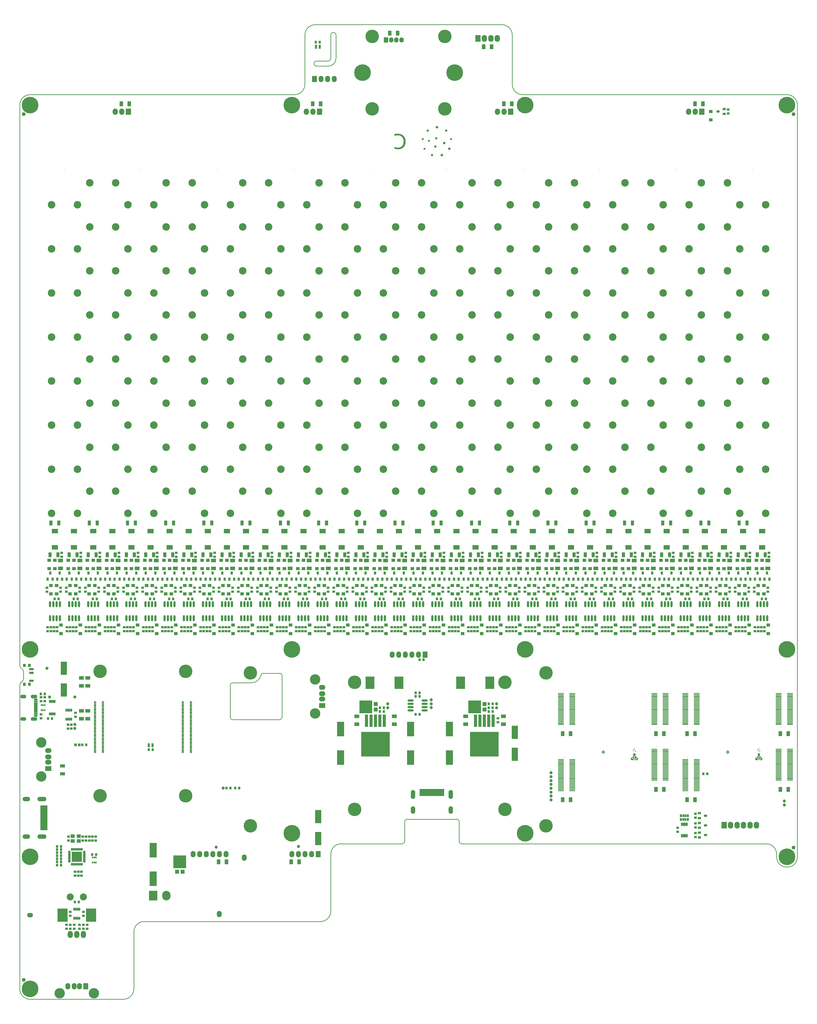
<source format=gbs>
G04*
G04 #@! TF.GenerationSoftware,Altium Limited,Altium Designer,22.2.1 (43)*
G04*
G04 Layer_Color=16711935*
%FSLAX44Y44*%
%MOMM*%
G71*
G04*
G04 #@! TF.SameCoordinates,CDD9168B-683F-4F5A-B1B2-3852E0251DB5*
G04*
G04*
G04 #@! TF.FilePolarity,Negative*
G04*
G01*
G75*
%ADD10C,0.2540*%
%ADD20R,0.8382X1.0922*%
%ADD21C,5.2032*%
%ADD22O,1.7032X2.0032*%
%ADD23R,1.7032X2.0032*%
%ADD24O,1.7032X3.5032*%
%ADD25O,1.7032X2.9032*%
%ADD26O,3.5032X1.7032*%
%ADD27O,2.9032X1.7032*%
%ADD28R,1.9032X2.4032*%
%ADD29O,1.9032X2.4032*%
%ADD30R,2.0032X2.4032*%
%ADD31O,2.0032X2.4032*%
%ADD32C,1.2032*%
%ADD33C,0.2032*%
%ADD34O,2.3032X1.4032*%
%ADD35O,2.5032X1.4032*%
%ADD36C,4.0032*%
%ADD37R,2.4032X1.9032*%
%ADD38O,2.4032X1.9032*%
%ADD39O,2.3032X1.7032*%
%ADD40O,2.1032X2.6032*%
%ADD41R,2.1032X2.6032*%
%ADD42O,3.2032X3.7032*%
%ADD43R,3.2032X3.7032*%
%ADD44C,2.7032*%
%ADD45O,2.0032X2.7032*%
%ADD46R,4.0032X5.2032*%
%ADD47C,1.4480*%
%ADD48C,6.4032*%
%ADD49C,2.9032*%
%ADD131O,0.6032X1.2032*%
%ADD132R,0.9032X0.4032*%
%ADD133R,1.4032X1.2032*%
G04:AMPARAMS|DCode=134|XSize=0.5032mm|YSize=0.8732mm|CornerRadius=0.1766mm|HoleSize=0mm|Usage=FLASHONLY|Rotation=270.000|XOffset=0mm|YOffset=0mm|HoleType=Round|Shape=RoundedRectangle|*
%AMROUNDEDRECTD134*
21,1,0.5032,0.5200,0,0,270.0*
21,1,0.1500,0.8732,0,0,270.0*
1,1,0.3532,-0.2600,-0.0750*
1,1,0.3532,-0.2600,0.0750*
1,1,0.3532,0.2600,0.0750*
1,1,0.3532,0.2600,-0.0750*
%
%ADD134ROUNDEDRECTD134*%
%ADD135O,0.6032X1.4632*%
%ADD136O,1.1032X0.4532*%
%ADD137R,3.9032X3.9032*%
%ADD138O,0.4532X1.1032*%
%ADD139R,0.6032X0.8032*%
%ADD140R,1.6032X1.4032*%
%ADD141O,0.5032X1.2032*%
%ADD142R,0.5032X2.8032*%
%ADD143R,2.8032X0.5032*%
%ADD144R,1.3462X1.9812*%
%ADD145R,1.0922X0.8382*%
%ADD146R,1.2032X0.9032*%
%ADD147R,1.9812X1.3462*%
%ADD148R,1.0032X1.2032*%
%ADD149R,1.7032X0.9032*%
%ADD150R,1.4532X0.8032*%
%ADD151R,1.4532X0.5032*%
%ADD152R,2.4032X5.2032*%
%ADD153R,2.7032X5.7032*%
%ADD154R,1.6032X1.6032*%
%ADD155R,5.0032X4.9232*%
%ADD156R,3.4532X4.7032*%
%ADD157R,4.9232X5.0032*%
%ADD158R,1.6032X1.6032*%
%ADD159R,1.3032X4.8032*%
%ADD160R,11.0032X9.6032*%
%ADD161O,2.4032X0.8032*%
%ADD162R,2.2032X0.4532*%
%ADD163R,0.8532X1.0032*%
%ADD164R,0.7032X1.0032*%
%ADD165R,1.9812X1.2192*%
%ADD166R,1.0032X1.0032*%
%ADD167R,1.2192X1.9812*%
%ADD168O,0.8032X2.4032*%
%ADD169R,0.9032X1.2032*%
%ADD170R,2.4032X1.7032*%
G36*
X109881Y2019026D02*
X110829D01*
Y2018788D01*
X111541D01*
Y2018551D01*
X112015D01*
Y2018314D01*
X112253D01*
Y2018077D01*
X112490D01*
Y2017840D01*
X112727D01*
Y2017602D01*
X112964D01*
Y2017365D01*
X113201D01*
Y2017128D01*
X113439D01*
Y2016891D01*
Y2016653D01*
X113676D01*
Y2016416D01*
Y2016179D01*
X113913D01*
Y2015942D01*
Y2015705D01*
Y2015468D01*
X114150D01*
Y2015230D01*
Y2014993D01*
Y2014756D01*
Y2014519D01*
Y2014281D01*
Y2014044D01*
Y2013807D01*
Y2013570D01*
Y2013333D01*
X113913D01*
Y2013096D01*
Y2012858D01*
Y2012621D01*
X113676D01*
Y2012384D01*
Y2012147D01*
X113439D01*
Y2011909D01*
Y2011672D01*
X113201D01*
Y2011435D01*
Y2011198D01*
X112964D01*
Y2010961D01*
X112727D01*
Y2010724D01*
X112490D01*
Y2010486D01*
X112015D01*
Y2010249D01*
X111778D01*
Y2010012D01*
X111067D01*
Y2009775D01*
X110355D01*
Y2009538D01*
X107983D01*
Y2009775D01*
X107508D01*
Y2010012D01*
X107034D01*
Y2010249D01*
X106560D01*
Y2010486D01*
X106322D01*
Y2010724D01*
X106085D01*
Y2010961D01*
X105848D01*
Y2011198D01*
X105611D01*
Y2011435D01*
X105374D01*
Y2011672D01*
Y2011909D01*
X105136D01*
Y2012147D01*
X104899D01*
Y2012384D01*
Y2012621D01*
Y2012858D01*
X104662D01*
Y2013096D01*
Y2013333D01*
Y2013570D01*
Y2013807D01*
Y2014044D01*
X104425D01*
Y2014281D01*
Y2014519D01*
Y2014756D01*
Y2014993D01*
Y2015230D01*
X104662D01*
Y2015468D01*
Y2015705D01*
Y2015942D01*
X104899D01*
Y2016179D01*
Y2016416D01*
Y2016653D01*
X105136D01*
Y2016891D01*
X105374D01*
Y2017128D01*
Y2017365D01*
X105611D01*
Y2017602D01*
X105848D01*
Y2017840D01*
X106085D01*
Y2018077D01*
X106322D01*
Y2018314D01*
X106797D01*
Y2018551D01*
X107271D01*
Y2018788D01*
X107746D01*
Y2019026D01*
X108695D01*
Y2019263D01*
X109881D01*
Y2019026D01*
D02*
G37*
G36*
X145461Y2005505D02*
X146410D01*
Y2005268D01*
X146884D01*
Y2005031D01*
X147358D01*
Y2004794D01*
X147596D01*
Y2004556D01*
X147833D01*
Y2004319D01*
X148070D01*
Y2004082D01*
X148307D01*
Y2003845D01*
X148544D01*
Y2003607D01*
X148781D01*
Y2003370D01*
Y2003133D01*
X149019D01*
Y2002896D01*
Y2002659D01*
Y2002422D01*
Y2002184D01*
X149256D01*
Y2001947D01*
Y2001710D01*
Y2001473D01*
Y2001236D01*
Y2000998D01*
Y2000761D01*
Y2000524D01*
X149019D01*
Y2000287D01*
Y2000049D01*
Y1999812D01*
X148781D01*
Y1999575D01*
Y1999338D01*
X148544D01*
Y1999101D01*
Y1998864D01*
X148307D01*
Y1998626D01*
X148070D01*
Y1998389D01*
X147833D01*
Y1998152D01*
X147596D01*
Y1997915D01*
X147121D01*
Y1997677D01*
X146884D01*
Y1997440D01*
X146172D01*
Y1997203D01*
X143800D01*
Y1997440D01*
X142851D01*
Y1997677D01*
X142614D01*
Y1997915D01*
X142377D01*
Y1998152D01*
X142140D01*
Y1998389D01*
X141903D01*
Y1998626D01*
X141665D01*
Y1998864D01*
X141428D01*
Y1999101D01*
X141191D01*
Y1999338D01*
Y1999575D01*
X140954D01*
Y1999812D01*
Y2000049D01*
X140717D01*
Y2000287D01*
Y2000524D01*
Y2000761D01*
Y2000998D01*
Y2001236D01*
Y2001473D01*
Y2001710D01*
Y2001947D01*
Y2002184D01*
Y2002422D01*
X140954D01*
Y2002659D01*
Y2002896D01*
Y2003133D01*
X141191D01*
Y2003370D01*
Y2003607D01*
X141428D01*
Y2003845D01*
X141665D01*
Y2004082D01*
Y2004319D01*
X141903D01*
Y2004556D01*
X142140D01*
Y2004794D01*
X142377D01*
Y2005031D01*
X142851D01*
Y2005268D01*
X143326D01*
Y2005505D01*
X144275D01*
Y2005742D01*
X145461D01*
Y2005505D01*
D02*
G37*
G36*
X74300D02*
X75249D01*
Y2005268D01*
X75724D01*
Y2005031D01*
X76198D01*
Y2004794D01*
X76435D01*
Y2004556D01*
X76672D01*
Y2004319D01*
X76909D01*
Y2004082D01*
X77147D01*
Y2003845D01*
Y2003607D01*
X77384D01*
Y2003370D01*
X77621D01*
Y2003133D01*
Y2002896D01*
Y2002659D01*
X77858D01*
Y2002422D01*
Y2002184D01*
Y2001947D01*
Y2001710D01*
Y2001473D01*
X78096D01*
Y2001236D01*
Y2000998D01*
Y2000761D01*
Y2000524D01*
X77858D01*
Y2000287D01*
Y2000049D01*
Y1999812D01*
X77621D01*
Y1999575D01*
Y1999338D01*
X77384D01*
Y1999101D01*
X77147D01*
Y1998864D01*
Y1998626D01*
X76909D01*
Y1998389D01*
X76672D01*
Y1998152D01*
X76435D01*
Y1997915D01*
X75961D01*
Y1997677D01*
X75724D01*
Y1997440D01*
X75249D01*
Y1997203D01*
X74063D01*
Y1996966D01*
X73351D01*
Y1997203D01*
X72403D01*
Y1997440D01*
X71928D01*
Y1997677D01*
X71454D01*
Y1997915D01*
X71217D01*
Y1998152D01*
X70742D01*
Y1998389D01*
X70505D01*
Y1998626D01*
X70268D01*
Y1998864D01*
X70031D01*
Y1999101D01*
Y1999338D01*
X69794D01*
Y1999575D01*
Y1999812D01*
Y2000049D01*
X69556D01*
Y2000287D01*
Y2000524D01*
Y2000761D01*
Y2000998D01*
Y2001236D01*
X69319D01*
Y2001473D01*
X69556D01*
Y2001710D01*
Y2001947D01*
Y2002184D01*
Y2002422D01*
Y2002659D01*
Y2002896D01*
X69794D01*
Y2003133D01*
Y2003370D01*
X70031D01*
Y2003607D01*
Y2003845D01*
X70268D01*
Y2004082D01*
X70505D01*
Y2004319D01*
X70742D01*
Y2004556D01*
X70979D01*
Y2004794D01*
X71217D01*
Y2005031D01*
X71691D01*
Y2005268D01*
X72165D01*
Y2005505D01*
X73114D01*
Y2005742D01*
X74300D01*
Y2005505D01*
D02*
G37*
G36*
X107746Y1975855D02*
X108457D01*
Y1975618D01*
X108932D01*
Y1975381D01*
X109406D01*
Y1975143D01*
X109643D01*
Y1974906D01*
X109881D01*
Y1974669D01*
X110118D01*
Y1974432D01*
X110355D01*
Y1974194D01*
Y1973957D01*
X110592D01*
Y1973720D01*
Y1973483D01*
X110829D01*
Y1973246D01*
X111067D01*
Y1973009D01*
Y1972771D01*
Y1972534D01*
Y1972297D01*
Y1972060D01*
Y1971823D01*
Y1971585D01*
Y1971348D01*
Y1971111D01*
Y1970874D01*
Y1970636D01*
X110829D01*
Y1970399D01*
Y1970162D01*
Y1969925D01*
X110592D01*
Y1969688D01*
Y1969451D01*
X110355D01*
Y1969213D01*
Y1968976D01*
X110118D01*
Y1968739D01*
X109881D01*
Y1968502D01*
X109643D01*
Y1968264D01*
X109169D01*
Y1968027D01*
X108695D01*
Y1967790D01*
X108220D01*
Y1967553D01*
X105848D01*
Y1967790D01*
X104899D01*
Y1968027D01*
X104425D01*
Y1968264D01*
X104188D01*
Y1968502D01*
X103951D01*
Y1968739D01*
X103713D01*
Y1968976D01*
X103476D01*
Y1969213D01*
Y1969451D01*
X103239D01*
Y1969688D01*
X103002D01*
Y1969925D01*
Y1970162D01*
Y1970399D01*
X102765D01*
Y1970636D01*
Y1970874D01*
Y1971111D01*
Y1971348D01*
X102527D01*
Y1971585D01*
Y1971823D01*
Y1972060D01*
Y1972297D01*
Y1972534D01*
X102765D01*
Y1972771D01*
Y1973009D01*
Y1973246D01*
X103002D01*
Y1973483D01*
Y1973720D01*
X103239D01*
Y1973957D01*
Y1974194D01*
X103476D01*
Y1974432D01*
X103713D01*
Y1974669D01*
X103951D01*
Y1974906D01*
X104188D01*
Y1975143D01*
X104425D01*
Y1975381D01*
X104662D01*
Y1975618D01*
X105136D01*
Y1975855D01*
X106085D01*
Y1976092D01*
X107746D01*
Y1975855D01*
D02*
G37*
G36*
X165148Y1972060D02*
X165623D01*
Y1971823D01*
X166097D01*
Y1971585D01*
X166334D01*
Y1971348D01*
X166572D01*
Y1971111D01*
X166809D01*
Y1970874D01*
X167046D01*
Y1970636D01*
Y1970399D01*
X167283D01*
Y1970162D01*
Y1969925D01*
X167521D01*
Y1969688D01*
Y1969451D01*
Y1969213D01*
X167758D01*
Y1968976D01*
Y1968739D01*
Y1968502D01*
Y1968264D01*
Y1968027D01*
X167521D01*
Y1967790D01*
Y1967553D01*
Y1967316D01*
Y1967079D01*
X167283D01*
Y1966841D01*
Y1966604D01*
X167046D01*
Y1966367D01*
X166809D01*
Y1966130D01*
Y1965892D01*
X166572D01*
Y1965655D01*
X166097D01*
Y1965418D01*
X165860D01*
Y1965181D01*
X165386D01*
Y1964944D01*
X164200D01*
Y1964707D01*
X163488D01*
Y1964944D01*
X162539D01*
Y1965181D01*
X162065D01*
Y1965418D01*
X161590D01*
Y1965655D01*
X161353D01*
Y1965892D01*
X161116D01*
Y1966130D01*
X160879D01*
Y1966367D01*
X160642D01*
Y1966604D01*
Y1966841D01*
X160404D01*
Y1967079D01*
Y1967316D01*
Y1967553D01*
X160167D01*
Y1967790D01*
Y1968027D01*
Y1968264D01*
Y1968502D01*
Y1968739D01*
Y1968976D01*
Y1969213D01*
Y1969451D01*
Y1969688D01*
X160404D01*
Y1969925D01*
Y1970162D01*
Y1970399D01*
X160642D01*
Y1970636D01*
X160879D01*
Y1970874D01*
X161116D01*
Y1971111D01*
X161353D01*
Y1971348D01*
X161590D01*
Y1971585D01*
X161828D01*
Y1971823D01*
X162302D01*
Y1972060D01*
X163014D01*
Y1972297D01*
X165148D01*
Y1972060D01*
D02*
G37*
G36*
X55799D02*
X56510D01*
Y1971823D01*
X56747D01*
Y1971585D01*
X57222D01*
Y1971348D01*
X57459D01*
Y1971111D01*
X57696D01*
Y1970874D01*
X57933D01*
Y1970636D01*
X58171D01*
Y1970399D01*
Y1970162D01*
X58408D01*
Y1969925D01*
Y1969688D01*
Y1969451D01*
X58645D01*
Y1969213D01*
Y1968976D01*
Y1968739D01*
Y1968502D01*
Y1968264D01*
X58408D01*
Y1968027D01*
Y1967790D01*
Y1967553D01*
Y1967316D01*
X58171D01*
Y1967079D01*
Y1966841D01*
Y1966604D01*
X57933D01*
Y1966367D01*
Y1966130D01*
X57696D01*
Y1965892D01*
X57459D01*
Y1965655D01*
X57222D01*
Y1965418D01*
X56747D01*
Y1965181D01*
X56036D01*
Y1964944D01*
X55087D01*
Y1964707D01*
X54375D01*
Y1964944D01*
X53189D01*
Y1965181D01*
X52715D01*
Y1965418D01*
X52478D01*
Y1965655D01*
X52241D01*
Y1965892D01*
X52003D01*
Y1966130D01*
X51766D01*
Y1966367D01*
X51529D01*
Y1966604D01*
Y1966841D01*
X51292D01*
Y1967079D01*
Y1967316D01*
X51055D01*
Y1967553D01*
Y1967790D01*
Y1968027D01*
Y1968264D01*
Y1968502D01*
Y1968739D01*
Y1968976D01*
Y1969213D01*
Y1969451D01*
Y1969688D01*
X51292D01*
Y1969925D01*
Y1970162D01*
Y1970399D01*
X51529D01*
Y1970636D01*
X51766D01*
Y1970874D01*
Y1971111D01*
X52003D01*
Y1971348D01*
X52241D01*
Y1971585D01*
X52715D01*
Y1971823D01*
X52952D01*
Y1972060D01*
X53664D01*
Y1972297D01*
X55799D01*
Y1972060D01*
D02*
G37*
G36*
X79519Y1965418D02*
X80230D01*
Y1965181D01*
X80705D01*
Y1964944D01*
X80942D01*
Y1964707D01*
X81179D01*
Y1964469D01*
X81416D01*
Y1964232D01*
X81654D01*
Y1963995D01*
Y1963758D01*
X81891D01*
Y1963521D01*
Y1963283D01*
X82128D01*
Y1963046D01*
Y1962809D01*
Y1962572D01*
X82365D01*
Y1962334D01*
Y1962097D01*
Y1961860D01*
Y1961623D01*
Y1961386D01*
Y1961148D01*
Y1960911D01*
X82128D01*
Y1960674D01*
Y1960437D01*
X81891D01*
Y1960200D01*
Y1959962D01*
X81654D01*
Y1959725D01*
X81416D01*
Y1959488D01*
Y1959251D01*
X81179D01*
Y1959014D01*
X80705D01*
Y1958776D01*
X80468D01*
Y1958539D01*
X79993D01*
Y1958302D01*
X78807D01*
Y1958065D01*
X77858D01*
Y1958302D01*
X77147D01*
Y1958539D01*
X76672D01*
Y1958776D01*
X76435D01*
Y1959014D01*
X75961D01*
Y1959251D01*
X75724D01*
Y1959488D01*
X75486D01*
Y1959725D01*
X75249D01*
Y1959962D01*
Y1960200D01*
X75012D01*
Y1960437D01*
Y1960674D01*
Y1960911D01*
X74775D01*
Y1961148D01*
Y1961386D01*
Y1961623D01*
Y1961860D01*
Y1962097D01*
Y1962334D01*
Y1962572D01*
X75012D01*
Y1962809D01*
Y1963046D01*
Y1963283D01*
X75249D01*
Y1963521D01*
Y1963758D01*
X75486D01*
Y1963995D01*
Y1964232D01*
X75724D01*
Y1964469D01*
X75961D01*
Y1964707D01*
X76198D01*
Y1964944D01*
X76435D01*
Y1965181D01*
X76909D01*
Y1965418D01*
X77384D01*
Y1965655D01*
X79519D01*
Y1965418D01*
D02*
G37*
G36*
X138819Y1957828D02*
X139768D01*
Y1957590D01*
X140242D01*
Y1957353D01*
X140479D01*
Y1957116D01*
X140717D01*
Y1956879D01*
X140954D01*
Y1956642D01*
X141191D01*
Y1956404D01*
X141428D01*
Y1956167D01*
X141665D01*
Y1955930D01*
Y1955693D01*
X141903D01*
Y1955456D01*
Y1955218D01*
X142140D01*
Y1954981D01*
Y1954744D01*
X142377D01*
Y1954507D01*
Y1954270D01*
Y1954032D01*
Y1953795D01*
Y1953558D01*
X142614D01*
Y1953321D01*
Y1953084D01*
X142377D01*
Y1952846D01*
Y1952609D01*
Y1952372D01*
Y1952135D01*
Y1951898D01*
X142140D01*
Y1951660D01*
Y1951423D01*
Y1951186D01*
X141903D01*
Y1950949D01*
Y1950712D01*
X141665D01*
Y1950474D01*
X141428D01*
Y1950237D01*
X141191D01*
Y1950000D01*
X140954D01*
Y1949763D01*
X140717D01*
Y1949526D01*
X140479D01*
Y1949288D01*
X140005D01*
Y1949051D01*
X139768D01*
Y1948814D01*
X139056D01*
Y1948577D01*
X136447D01*
Y1948814D01*
X135498D01*
Y1949051D01*
X135024D01*
Y1949288D01*
X134787D01*
Y1949526D01*
X134550D01*
Y1949763D01*
X134312D01*
Y1950000D01*
X134075D01*
Y1950237D01*
X133838D01*
Y1950474D01*
X133601D01*
Y1950712D01*
Y1950949D01*
X133364D01*
Y1951186D01*
Y1951423D01*
X133126D01*
Y1951660D01*
Y1951898D01*
Y1952135D01*
X132889D01*
Y1952372D01*
Y1952609D01*
Y1952846D01*
Y1953084D01*
Y1953321D01*
Y1953558D01*
Y1953795D01*
Y1954032D01*
Y1954270D01*
Y1954507D01*
Y1954744D01*
X133126D01*
Y1954981D01*
Y1955218D01*
Y1955456D01*
X133364D01*
Y1955693D01*
Y1955930D01*
X133601D01*
Y1956167D01*
X133838D01*
Y1956404D01*
X134075D01*
Y1956642D01*
X134312D01*
Y1956879D01*
X134550D01*
Y1957116D01*
X134787D01*
Y1957353D01*
X135261D01*
Y1957590D01*
X135736D01*
Y1957828D01*
X136447D01*
Y1958065D01*
X138819D01*
Y1957828D01*
D02*
G37*
G36*
X-38845Y1989375D02*
X-36710D01*
Y1989138D01*
X-35287D01*
Y1988901D01*
X-34101D01*
Y1988664D01*
X-33152D01*
Y1988427D01*
X-32203D01*
Y1988189D01*
X-31491D01*
Y1987952D01*
X-30543D01*
Y1987715D01*
X-30068D01*
Y1987478D01*
X-29357D01*
Y1987241D01*
X-28645D01*
Y1987003D01*
X-28171D01*
Y1986766D01*
X-27696D01*
Y1986529D01*
X-27222D01*
Y1986292D01*
X-26747D01*
Y1986055D01*
X-26273D01*
Y1985817D01*
X-25799D01*
Y1985580D01*
X-25324D01*
Y1985343D01*
X-25087D01*
Y1985106D01*
X-24613D01*
Y1984869D01*
X-24138D01*
Y1984631D01*
X-23901D01*
Y1984394D01*
X-23427D01*
Y1984157D01*
X-23189D01*
Y1983920D01*
X-22952D01*
Y1983683D01*
X-22478D01*
Y1983445D01*
X-22241D01*
Y1983208D01*
X-22003D01*
Y1982971D01*
X-21529D01*
Y1982734D01*
X-21292D01*
Y1982497D01*
X-21055D01*
Y1982259D01*
X-20817D01*
Y1982022D01*
X-20580D01*
Y1981785D01*
X-20343D01*
Y1981548D01*
X-20106D01*
Y1981310D01*
X-19869D01*
Y1981073D01*
X-19631D01*
Y1980836D01*
X-19394D01*
Y1980599D01*
X-19157D01*
Y1980362D01*
X-18920D01*
Y1980125D01*
X-18683D01*
Y1979887D01*
X-18445D01*
Y1979650D01*
X-18208D01*
Y1979413D01*
X-17971D01*
Y1979176D01*
Y1978938D01*
X-17734D01*
Y1978701D01*
X-17497D01*
Y1978464D01*
X-17259D01*
Y1978227D01*
Y1977990D01*
X-17022D01*
Y1977753D01*
X-16785D01*
Y1977515D01*
X-16548D01*
Y1977278D01*
Y1977041D01*
X-16311D01*
Y1976804D01*
X-16073D01*
Y1976566D01*
Y1976329D01*
X-15836D01*
Y1976092D01*
X-15599D01*
Y1975855D01*
Y1975618D01*
X-15362D01*
Y1975381D01*
Y1975143D01*
X-15125D01*
Y1974906D01*
Y1974669D01*
X-14887D01*
Y1974432D01*
Y1974194D01*
X-14650D01*
Y1973957D01*
Y1973720D01*
X-14413D01*
Y1973483D01*
Y1973246D01*
X-14176D01*
Y1973009D01*
Y1972771D01*
X-13939D01*
Y1972534D01*
Y1972297D01*
X-13701D01*
Y1972060D01*
Y1971823D01*
Y1971585D01*
X-13464D01*
Y1971348D01*
Y1971111D01*
X-13227D01*
Y1970874D01*
Y1970636D01*
Y1970399D01*
X-12990D01*
Y1970162D01*
Y1969925D01*
Y1969688D01*
X-12752D01*
Y1969451D01*
Y1969213D01*
Y1968976D01*
X-12515D01*
Y1968739D01*
Y1968502D01*
Y1968264D01*
Y1968027D01*
X-12278D01*
Y1967790D01*
Y1967553D01*
Y1967316D01*
Y1967079D01*
X-12041D01*
Y1966841D01*
Y1966604D01*
Y1966367D01*
Y1966130D01*
Y1965892D01*
X-11804D01*
Y1965655D01*
Y1965418D01*
Y1965181D01*
Y1964944D01*
Y1964707D01*
Y1964469D01*
X-11567D01*
Y1964232D01*
Y1963995D01*
Y1963758D01*
Y1963521D01*
Y1963283D01*
Y1963046D01*
Y1962809D01*
X-11329D01*
Y1962572D01*
Y1962334D01*
Y1962097D01*
Y1961860D01*
Y1961623D01*
Y1961386D01*
Y1961148D01*
Y1960911D01*
Y1960674D01*
Y1960437D01*
Y1960200D01*
Y1959962D01*
Y1959725D01*
Y1959488D01*
Y1959251D01*
Y1959014D01*
Y1958776D01*
Y1958539D01*
Y1958302D01*
Y1958065D01*
Y1957828D01*
Y1957590D01*
Y1957353D01*
Y1957116D01*
Y1956879D01*
Y1956642D01*
Y1956404D01*
Y1956167D01*
Y1955930D01*
Y1955693D01*
Y1955456D01*
Y1955218D01*
Y1954981D01*
X-11567D01*
Y1954744D01*
Y1954507D01*
Y1954270D01*
Y1954032D01*
Y1953795D01*
Y1953558D01*
Y1953321D01*
Y1953084D01*
X-11804D01*
Y1952846D01*
Y1952609D01*
Y1952372D01*
Y1952135D01*
Y1951898D01*
Y1951660D01*
X-12041D01*
Y1951423D01*
Y1951186D01*
Y1950949D01*
Y1950712D01*
Y1950474D01*
X-12278D01*
Y1950237D01*
Y1950000D01*
Y1949763D01*
Y1949526D01*
X-12515D01*
Y1949288D01*
Y1949051D01*
Y1948814D01*
X-12752D01*
Y1948577D01*
Y1948340D01*
Y1948102D01*
Y1947865D01*
X-12990D01*
Y1947628D01*
Y1947391D01*
Y1947154D01*
X-13227D01*
Y1946916D01*
Y1946679D01*
Y1946442D01*
X-13464D01*
Y1946205D01*
Y1945968D01*
X-13701D01*
Y1945730D01*
Y1945493D01*
Y1945256D01*
X-13939D01*
Y1945019D01*
Y1944782D01*
X-14176D01*
Y1944544D01*
Y1944307D01*
X-14413D01*
Y1944070D01*
Y1943833D01*
X-14650D01*
Y1943596D01*
Y1943358D01*
X-14887D01*
Y1943121D01*
Y1942884D01*
X-15125D01*
Y1942647D01*
Y1942410D01*
X-15362D01*
Y1942172D01*
X-15599D01*
Y1941935D01*
Y1941698D01*
X-15836D01*
Y1941461D01*
Y1941223D01*
X-16073D01*
Y1940986D01*
X-16311D01*
Y1940749D01*
Y1940512D01*
X-16548D01*
Y1940275D01*
X-16785D01*
Y1940038D01*
X-17022D01*
Y1939800D01*
Y1939563D01*
X-17259D01*
Y1939326D01*
X-17497D01*
Y1939089D01*
X-17734D01*
Y1938851D01*
X-17971D01*
Y1938614D01*
Y1938377D01*
X-18208D01*
Y1938140D01*
X-18445D01*
Y1937903D01*
X-18683D01*
Y1937666D01*
X-18920D01*
Y1937428D01*
X-19157D01*
Y1937191D01*
X-19394D01*
Y1936954D01*
X-19631D01*
Y1936717D01*
X-19869D01*
Y1936479D01*
X-20106D01*
Y1936242D01*
X-20343D01*
Y1936005D01*
X-20817D01*
Y1935768D01*
X-21055D01*
Y1935531D01*
X-21292D01*
Y1935293D01*
X-21529D01*
Y1935056D01*
X-22003D01*
Y1934819D01*
X-22241D01*
Y1934582D01*
X-22478D01*
Y1934345D01*
X-22952D01*
Y1934108D01*
X-23189D01*
Y1933870D01*
X-23664D01*
Y1933633D01*
X-24138D01*
Y1933396D01*
X-24375D01*
Y1933159D01*
X-24850D01*
Y1932921D01*
X-25324D01*
Y1932684D01*
X-25799D01*
Y1932447D01*
X-26273D01*
Y1932210D01*
X-26747D01*
Y1931973D01*
X-27222D01*
Y1931736D01*
X-27933D01*
Y1931498D01*
X-28408D01*
Y1931261D01*
X-29119D01*
Y1931024D01*
X-29831D01*
Y1930787D01*
X-30543D01*
Y1930549D01*
X-31491D01*
Y1930312D01*
X-32440D01*
Y1930075D01*
X-33626D01*
Y1929838D01*
X-35050D01*
Y1929601D01*
X-37184D01*
Y1929364D01*
X-43589D01*
Y1929601D01*
X-46198D01*
Y1929838D01*
X-47858D01*
Y1930075D01*
X-49282D01*
Y1930312D01*
X-50230D01*
Y1930549D01*
X-51416D01*
Y1930787D01*
X-52128D01*
Y1931024D01*
X-53077D01*
Y1931261D01*
X-53788D01*
Y1931498D01*
X-54263D01*
Y1931736D01*
X-54974D01*
Y1931973D01*
X-55449D01*
Y1932210D01*
Y1932447D01*
Y1932684D01*
Y1932921D01*
Y1933159D01*
X-55212D01*
Y1933396D01*
Y1933633D01*
Y1933870D01*
Y1934108D01*
X-54974D01*
Y1934345D01*
Y1934582D01*
Y1934819D01*
X-54737D01*
Y1935056D01*
Y1935293D01*
Y1935531D01*
Y1935768D01*
X-54500D01*
Y1936005D01*
Y1936242D01*
Y1936479D01*
Y1936717D01*
X-54263D01*
Y1936954D01*
Y1937191D01*
Y1937428D01*
Y1937666D01*
X-54026D01*
Y1937903D01*
Y1938140D01*
X-53551D01*
Y1937903D01*
X-53077D01*
Y1937666D01*
X-52365D01*
Y1937428D01*
X-51654D01*
Y1937191D01*
X-50942D01*
Y1936954D01*
X-50230D01*
Y1936717D01*
X-49044D01*
Y1936479D01*
X-47858D01*
Y1936242D01*
X-46435D01*
Y1936005D01*
X-44063D01*
Y1935768D01*
X-39319D01*
Y1936005D01*
X-37184D01*
Y1936242D01*
X-35761D01*
Y1936479D01*
X-34812D01*
Y1936717D01*
X-33863D01*
Y1936954D01*
X-33152D01*
Y1937191D01*
X-32440D01*
Y1937428D01*
X-31966D01*
Y1937666D01*
X-31491D01*
Y1937903D01*
X-30780D01*
Y1938140D01*
X-30305D01*
Y1938377D01*
X-29831D01*
Y1938614D01*
X-29594D01*
Y1938851D01*
X-29119D01*
Y1939089D01*
X-28645D01*
Y1939326D01*
X-28408D01*
Y1939563D01*
X-27933D01*
Y1939800D01*
X-27696D01*
Y1940038D01*
X-27459D01*
Y1940275D01*
X-26985D01*
Y1940512D01*
X-26747D01*
Y1940749D01*
X-26510D01*
Y1940986D01*
X-26273D01*
Y1941223D01*
X-26036D01*
Y1941461D01*
X-25799D01*
Y1941698D01*
X-25561D01*
Y1941935D01*
X-25324D01*
Y1942172D01*
X-25087D01*
Y1942410D01*
X-24850D01*
Y1942647D01*
X-24613D01*
Y1942884D01*
X-24375D01*
Y1943121D01*
X-24138D01*
Y1943358D01*
Y1943596D01*
X-23901D01*
Y1943833D01*
X-23664D01*
Y1944070D01*
X-23427D01*
Y1944307D01*
Y1944544D01*
X-23189D01*
Y1944782D01*
X-22952D01*
Y1945019D01*
Y1945256D01*
X-22715D01*
Y1945493D01*
Y1945730D01*
X-22478D01*
Y1945968D01*
X-22241D01*
Y1946205D01*
Y1946442D01*
X-22003D01*
Y1946679D01*
Y1946916D01*
X-21766D01*
Y1947154D01*
Y1947391D01*
X-21529D01*
Y1947628D01*
Y1947865D01*
Y1948102D01*
X-21292D01*
Y1948340D01*
Y1948577D01*
X-21055D01*
Y1948814D01*
Y1949051D01*
Y1949288D01*
X-20817D01*
Y1949526D01*
Y1949763D01*
X-20580D01*
Y1950000D01*
Y1950237D01*
Y1950474D01*
Y1950712D01*
X-20343D01*
Y1950949D01*
Y1951186D01*
Y1951423D01*
X-20106D01*
Y1951660D01*
Y1951898D01*
Y1952135D01*
Y1952372D01*
Y1952609D01*
X-19869D01*
Y1952846D01*
Y1953084D01*
Y1953321D01*
Y1953558D01*
Y1953795D01*
X-19631D01*
Y1954032D01*
Y1954270D01*
Y1954507D01*
Y1954744D01*
Y1954981D01*
Y1955218D01*
Y1955456D01*
X-19394D01*
Y1955693D01*
Y1955930D01*
Y1956167D01*
Y1956404D01*
Y1956642D01*
Y1956879D01*
Y1957116D01*
Y1957353D01*
Y1957590D01*
Y1957828D01*
Y1958065D01*
Y1958302D01*
Y1958539D01*
Y1958776D01*
Y1959014D01*
Y1959251D01*
Y1959488D01*
Y1959725D01*
Y1959962D01*
Y1960200D01*
Y1960437D01*
Y1960674D01*
Y1960911D01*
Y1961148D01*
Y1961386D01*
Y1961623D01*
Y1961860D01*
Y1962097D01*
Y1962334D01*
Y1962572D01*
Y1962809D01*
X-19631D01*
Y1963046D01*
Y1963283D01*
Y1963521D01*
Y1963758D01*
Y1963995D01*
Y1964232D01*
Y1964469D01*
Y1964707D01*
X-19869D01*
Y1964944D01*
Y1965181D01*
Y1965418D01*
Y1965655D01*
Y1965892D01*
X-20106D01*
Y1966130D01*
Y1966367D01*
Y1966604D01*
Y1966841D01*
Y1967079D01*
X-20343D01*
Y1967316D01*
Y1967553D01*
Y1967790D01*
X-20580D01*
Y1968027D01*
Y1968264D01*
Y1968502D01*
Y1968739D01*
X-20817D01*
Y1968976D01*
Y1969213D01*
Y1969451D01*
X-21055D01*
Y1969688D01*
Y1969925D01*
X-21292D01*
Y1970162D01*
Y1970399D01*
Y1970636D01*
X-21529D01*
Y1970874D01*
Y1971111D01*
X-21766D01*
Y1971348D01*
Y1971585D01*
X-22003D01*
Y1971823D01*
Y1972060D01*
X-22241D01*
Y1972297D01*
Y1972534D01*
X-22478D01*
Y1972771D01*
Y1973009D01*
X-22715D01*
Y1973246D01*
X-22952D01*
Y1973483D01*
Y1973720D01*
X-23189D01*
Y1973957D01*
Y1974194D01*
X-23427D01*
Y1974432D01*
X-23664D01*
Y1974669D01*
Y1974906D01*
X-23901D01*
Y1975143D01*
X-24138D01*
Y1975381D01*
X-24375D01*
Y1975618D01*
X-24613D01*
Y1975855D01*
Y1976092D01*
X-24850D01*
Y1976329D01*
X-25087D01*
Y1976566D01*
X-25324D01*
Y1976804D01*
X-25561D01*
Y1977041D01*
X-25799D01*
Y1977278D01*
X-26036D01*
Y1977515D01*
X-26273D01*
Y1977753D01*
X-26510D01*
Y1977990D01*
X-26747D01*
Y1978227D01*
X-27222D01*
Y1978464D01*
X-27459D01*
Y1978701D01*
X-27696D01*
Y1978938D01*
X-27933D01*
Y1979176D01*
X-28408D01*
Y1979413D01*
X-28645D01*
Y1979650D01*
X-29119D01*
Y1979887D01*
X-29357D01*
Y1980125D01*
X-29831D01*
Y1980362D01*
X-30305D01*
Y1980599D01*
X-30780D01*
Y1980836D01*
X-31254D01*
Y1981073D01*
X-31729D01*
Y1981310D01*
X-32440D01*
Y1981548D01*
X-32915D01*
Y1981785D01*
X-33626D01*
Y1982022D01*
X-34338D01*
Y1982259D01*
X-35287D01*
Y1982497D01*
X-36235D01*
Y1982734D01*
X-37659D01*
Y1982971D01*
X-39794D01*
Y1983208D01*
X-44300D01*
Y1982971D01*
X-46672D01*
Y1982734D01*
X-48095D01*
Y1982497D01*
X-49044D01*
Y1982259D01*
X-49993D01*
Y1982022D01*
X-50942D01*
Y1981785D01*
X-51654D01*
Y1981548D01*
X-52128D01*
Y1981310D01*
X-52840D01*
Y1981073D01*
X-53314D01*
Y1980836D01*
X-53788D01*
Y1981073D01*
X-54026D01*
Y1981310D01*
Y1981548D01*
Y1981785D01*
X-54263D01*
Y1982022D01*
Y1982259D01*
Y1982497D01*
Y1982734D01*
X-54500D01*
Y1982971D01*
Y1983208D01*
Y1983445D01*
X-54737D01*
Y1983683D01*
Y1983920D01*
Y1984157D01*
X-54974D01*
Y1984394D01*
Y1984631D01*
Y1984869D01*
Y1985106D01*
X-55212D01*
Y1985343D01*
Y1985580D01*
Y1985817D01*
X-55449D01*
Y1986055D01*
Y1986292D01*
Y1986529D01*
Y1986766D01*
X-55686D01*
Y1987003D01*
X-55449D01*
Y1987241D01*
X-54974D01*
Y1987478D01*
X-54263D01*
Y1987715D01*
X-53551D01*
Y1987952D01*
X-52840D01*
Y1988189D01*
X-52128D01*
Y1988427D01*
X-51179D01*
Y1988664D01*
X-50230D01*
Y1988901D01*
X-49044D01*
Y1989138D01*
X-47384D01*
Y1989375D01*
X-45012D01*
Y1989613D01*
X-38845D01*
Y1989375D01*
D02*
G37*
G36*
X103713Y1943833D02*
X104899D01*
Y1943596D01*
X105374D01*
Y1943358D01*
X105611D01*
Y1943121D01*
X106085D01*
Y1942884D01*
X106322D01*
Y1942647D01*
X106560D01*
Y1942410D01*
Y1942172D01*
X106797D01*
Y1941935D01*
Y1941698D01*
X107034D01*
Y1941461D01*
Y1941223D01*
X107271D01*
Y1940986D01*
Y1940749D01*
Y1940512D01*
Y1940275D01*
X107508D01*
Y1940038D01*
Y1939800D01*
Y1939563D01*
Y1939326D01*
X107271D01*
Y1939089D01*
Y1938851D01*
Y1938614D01*
Y1938377D01*
X107034D01*
Y1938140D01*
Y1937903D01*
Y1937666D01*
X106797D01*
Y1937428D01*
Y1937191D01*
X106560D01*
Y1936954D01*
X106322D01*
Y1936717D01*
X106085D01*
Y1936479D01*
X105611D01*
Y1936242D01*
X105374D01*
Y1936005D01*
X104899D01*
Y1935768D01*
X104425D01*
Y1935531D01*
X102290D01*
Y1935768D01*
X101579D01*
Y1936005D01*
X101104D01*
Y1936242D01*
X100630D01*
Y1936479D01*
X100393D01*
Y1936717D01*
X100155D01*
Y1936954D01*
X99918D01*
Y1937191D01*
X99681D01*
Y1937428D01*
X99444D01*
Y1937666D01*
Y1937903D01*
X99206D01*
Y1938140D01*
Y1938377D01*
X98969D01*
Y1938614D01*
Y1938851D01*
Y1939089D01*
Y1939326D01*
Y1939563D01*
Y1939800D01*
Y1940038D01*
Y1940275D01*
Y1940512D01*
Y1940749D01*
Y1940986D01*
X99206D01*
Y1941223D01*
Y1941461D01*
Y1941698D01*
X99444D01*
Y1941935D01*
X99681D01*
Y1942172D01*
Y1942410D01*
X99918D01*
Y1942647D01*
X100155D01*
Y1942884D01*
X100393D01*
Y1943121D01*
X100630D01*
Y1943358D01*
X101104D01*
Y1943596D01*
X101579D01*
Y1943833D01*
X102290D01*
Y1944070D01*
X103713D01*
Y1943833D01*
D02*
G37*
G36*
X61966Y1934819D02*
X62915D01*
Y1934582D01*
X63389D01*
Y1934345D01*
X63626D01*
Y1934108D01*
X63864D01*
Y1933870D01*
X64338D01*
Y1933633D01*
Y1933396D01*
X64575D01*
Y1933159D01*
X64812D01*
Y1932921D01*
Y1932684D01*
X65050D01*
Y1932447D01*
Y1932210D01*
Y1931973D01*
Y1931736D01*
Y1931498D01*
X65287D01*
Y1931261D01*
Y1931024D01*
Y1930787D01*
X65050D01*
Y1930549D01*
Y1930312D01*
Y1930075D01*
X64812D01*
Y1929838D01*
Y1929601D01*
X64575D01*
Y1929364D01*
Y1929126D01*
X64338D01*
Y1928889D01*
X64101D01*
Y1928652D01*
X63864D01*
Y1928415D01*
X63626D01*
Y1928177D01*
X63389D01*
Y1927940D01*
X62915D01*
Y1927703D01*
X62440D01*
Y1927466D01*
X60305D01*
Y1927703D01*
X59831D01*
Y1927940D01*
X59357D01*
Y1928177D01*
X58882D01*
Y1928415D01*
X58645D01*
Y1928652D01*
X58408D01*
Y1928889D01*
Y1929126D01*
X58171D01*
Y1929364D01*
X57933D01*
Y1929601D01*
Y1929838D01*
X57696D01*
Y1930075D01*
Y1930312D01*
Y1930549D01*
Y1930787D01*
Y1931024D01*
X57459D01*
Y1931261D01*
Y1931498D01*
X57696D01*
Y1931736D01*
Y1931973D01*
Y1932210D01*
Y1932447D01*
Y1932684D01*
X57933D01*
Y1932921D01*
Y1933159D01*
X58171D01*
Y1933396D01*
X58408D01*
Y1933633D01*
Y1933870D01*
X58645D01*
Y1934108D01*
X59120D01*
Y1934345D01*
X59357D01*
Y1934582D01*
X59831D01*
Y1934819D01*
X60780D01*
Y1935056D01*
X61966D01*
Y1934819D01*
D02*
G37*
G36*
X158507Y1935768D02*
X159218D01*
Y1935531D01*
X159693D01*
Y1935293D01*
X160167D01*
Y1935056D01*
X160404D01*
Y1934819D01*
X160642D01*
Y1934582D01*
X160879D01*
Y1934345D01*
X161116D01*
Y1934108D01*
X161353D01*
Y1933870D01*
Y1933633D01*
X161590D01*
Y1933396D01*
Y1933159D01*
X161828D01*
Y1932921D01*
Y1932684D01*
X162065D01*
Y1932447D01*
Y1932210D01*
Y1931973D01*
Y1931736D01*
Y1931498D01*
Y1931261D01*
Y1931024D01*
Y1930787D01*
Y1930549D01*
Y1930312D01*
Y1930075D01*
Y1929838D01*
X161828D01*
Y1929601D01*
Y1929364D01*
Y1929126D01*
X161590D01*
Y1928889D01*
Y1928652D01*
X161353D01*
Y1928415D01*
X161116D01*
Y1928177D01*
X160879D01*
Y1927940D01*
X160642D01*
Y1927703D01*
X160404D01*
Y1927466D01*
X160167D01*
Y1927229D01*
X159930D01*
Y1926991D01*
X159456D01*
Y1926754D01*
X158744D01*
Y1926517D01*
X157558D01*
Y1926280D01*
X157084D01*
Y1926517D01*
X155898D01*
Y1926754D01*
X155186D01*
Y1926991D01*
X154949D01*
Y1927229D01*
X154474D01*
Y1927466D01*
X154237D01*
Y1927703D01*
X154000D01*
Y1927940D01*
X153763D01*
Y1928177D01*
X153526D01*
Y1928415D01*
X153288D01*
Y1928652D01*
Y1928889D01*
X153051D01*
Y1929126D01*
Y1929364D01*
X152814D01*
Y1929601D01*
X152577D01*
Y1929838D01*
Y1930075D01*
Y1930312D01*
Y1930549D01*
Y1930787D01*
Y1931024D01*
Y1931261D01*
Y1931498D01*
Y1931736D01*
Y1931973D01*
Y1932210D01*
Y1932447D01*
X152814D01*
Y1932684D01*
Y1932921D01*
Y1933159D01*
Y1933396D01*
X153051D01*
Y1933633D01*
Y1933870D01*
X153288D01*
Y1934108D01*
X153526D01*
Y1934345D01*
X153763D01*
Y1934582D01*
X154000D01*
Y1934819D01*
X154237D01*
Y1935056D01*
X154474D01*
Y1935293D01*
X154949D01*
Y1935531D01*
X155186D01*
Y1935768D01*
X155898D01*
Y1936005D01*
X158507D01*
Y1935768D01*
D02*
G37*
G36*
X91616Y1910862D02*
X92090D01*
Y1910625D01*
X92565D01*
Y1910387D01*
X93039D01*
Y1910150D01*
X93276D01*
Y1909913D01*
X93514D01*
Y1909676D01*
X93751D01*
Y1909438D01*
X93988D01*
Y1909201D01*
Y1908964D01*
X94225D01*
Y1908727D01*
Y1908490D01*
X94462D01*
Y1908253D01*
Y1908015D01*
Y1907778D01*
Y1907541D01*
X94700D01*
Y1907304D01*
Y1907066D01*
Y1906829D01*
Y1906592D01*
Y1906355D01*
X94462D01*
Y1906118D01*
Y1905880D01*
Y1905643D01*
Y1905406D01*
Y1905169D01*
X94225D01*
Y1904932D01*
Y1904695D01*
X93988D01*
Y1904457D01*
X93751D01*
Y1904220D01*
Y1903983D01*
X93514D01*
Y1903746D01*
X93276D01*
Y1903508D01*
X92802D01*
Y1903271D01*
X92565D01*
Y1903034D01*
X92090D01*
Y1902797D01*
X91142D01*
Y1902560D01*
X89481D01*
Y1902797D01*
X88770D01*
Y1903034D01*
X88295D01*
Y1903271D01*
X87821D01*
Y1903508D01*
X87584D01*
Y1903746D01*
X87346D01*
Y1903983D01*
X87109D01*
Y1904220D01*
X86872D01*
Y1904457D01*
Y1904695D01*
X86635D01*
Y1904932D01*
X86398D01*
Y1905169D01*
Y1905406D01*
Y1905643D01*
X86160D01*
Y1905880D01*
Y1906118D01*
Y1906355D01*
Y1906592D01*
Y1906829D01*
Y1907066D01*
Y1907304D01*
Y1907541D01*
Y1907778D01*
Y1908015D01*
Y1908253D01*
X86398D01*
Y1908490D01*
X86635D01*
Y1908727D01*
Y1908964D01*
X86872D01*
Y1909201D01*
Y1909438D01*
X87109D01*
Y1909676D01*
X87346D01*
Y1909913D01*
X87584D01*
Y1910150D01*
X87821D01*
Y1910387D01*
X88058D01*
Y1910625D01*
X88532D01*
Y1910862D01*
X89244D01*
Y1911099D01*
X91616D01*
Y1910862D01*
D02*
G37*
G36*
X128382Y1911573D02*
X129805D01*
Y1911336D01*
X130517D01*
Y1911099D01*
X130754D01*
Y1910862D01*
X131229D01*
Y1910625D01*
X131466D01*
Y1910387D01*
X131703D01*
Y1910150D01*
X131940D01*
Y1909913D01*
X132177D01*
Y1909676D01*
Y1909438D01*
X132415D01*
Y1909201D01*
X132652D01*
Y1908964D01*
Y1908727D01*
X132889D01*
Y1908490D01*
Y1908253D01*
Y1908015D01*
X133126D01*
Y1907778D01*
Y1907541D01*
Y1907304D01*
Y1907066D01*
Y1906829D01*
Y1906592D01*
Y1906355D01*
Y1906118D01*
Y1905880D01*
X132889D01*
Y1905643D01*
Y1905406D01*
Y1905169D01*
X132652D01*
Y1904932D01*
Y1904695D01*
Y1904457D01*
X132415D01*
Y1904220D01*
X132177D01*
Y1903983D01*
Y1903746D01*
X131940D01*
Y1903508D01*
X131703D01*
Y1903271D01*
X131466D01*
Y1903034D01*
X130991D01*
Y1902797D01*
X130754D01*
Y1902560D01*
X130280D01*
Y1902323D01*
X129568D01*
Y1902085D01*
X126959D01*
Y1902323D01*
X126247D01*
Y1902560D01*
X125773D01*
Y1902797D01*
X125536D01*
Y1903034D01*
X125299D01*
Y1903271D01*
X125061D01*
Y1903508D01*
X124824D01*
Y1903746D01*
X124587D01*
Y1903983D01*
X124350D01*
Y1904220D01*
X124113D01*
Y1904457D01*
Y1904695D01*
X123875D01*
Y1904932D01*
Y1905169D01*
X123638D01*
Y1905406D01*
Y1905643D01*
Y1905880D01*
Y1906118D01*
Y1906355D01*
X123401D01*
Y1906592D01*
Y1906829D01*
Y1907066D01*
Y1907304D01*
Y1907541D01*
X123638D01*
Y1907778D01*
Y1908015D01*
Y1908253D01*
Y1908490D01*
Y1908727D01*
X123875D01*
Y1908964D01*
Y1909201D01*
X124113D01*
Y1909438D01*
Y1909676D01*
X124350D01*
Y1909913D01*
X124587D01*
Y1910150D01*
X124824D01*
Y1910387D01*
X125061D01*
Y1910625D01*
X125299D01*
Y1910862D01*
X125773D01*
Y1911099D01*
X126247D01*
Y1911336D01*
X126485D01*
Y1911573D01*
X127433D01*
Y1911811D01*
X128382D01*
Y1911573D01*
D02*
G37*
G36*
X1352399Y-382064D02*
X1352776D01*
Y-382441D01*
Y-382819D01*
X1353154D01*
Y-383196D01*
Y-383574D01*
Y-383951D01*
Y-384329D01*
Y-384706D01*
X1352776D01*
Y-385084D01*
Y-385462D01*
X1352021D01*
Y-385839D01*
X1349756D01*
Y-385462D01*
X1349379D01*
Y-385084D01*
X1349001D01*
Y-384706D01*
Y-384329D01*
Y-383951D01*
Y-383574D01*
Y-383196D01*
Y-382819D01*
Y-382441D01*
X1349379D01*
Y-382064D01*
X1349756D01*
Y-381686D01*
X1352399D01*
Y-382064D01*
D02*
G37*
G36*
X872399D02*
X872776D01*
Y-382441D01*
Y-382819D01*
X873154D01*
Y-383196D01*
Y-383574D01*
Y-383951D01*
Y-384329D01*
Y-384706D01*
X872776D01*
Y-385084D01*
Y-385462D01*
X872021D01*
Y-385839D01*
X869756D01*
Y-385462D01*
X869379D01*
Y-385084D01*
X869001D01*
Y-384706D01*
Y-384329D01*
Y-383951D01*
Y-383574D01*
Y-383196D01*
Y-382819D01*
Y-382441D01*
X869379D01*
Y-382064D01*
X869756D01*
Y-381686D01*
X872399D01*
Y-382064D01*
D02*
G37*
G36*
X1347868Y-388104D02*
X1348624D01*
Y-388482D01*
X1349001D01*
Y-388859D01*
X1349379D01*
Y-389237D01*
Y-389614D01*
Y-389992D01*
Y-390369D01*
Y-390747D01*
Y-391124D01*
X1349001D01*
Y-391502D01*
X1348624D01*
Y-391879D01*
X1348246D01*
Y-392257D01*
X1346358D01*
Y-391879D01*
X1345981D01*
Y-391502D01*
X1345603D01*
Y-391124D01*
X1345226D01*
Y-390747D01*
Y-390369D01*
Y-389992D01*
Y-389614D01*
Y-389237D01*
Y-388859D01*
X1345603D01*
Y-388482D01*
X1345981D01*
Y-388104D01*
X1346736D01*
Y-387727D01*
X1347868D01*
Y-388104D01*
D02*
G37*
G36*
X867868D02*
X868624D01*
Y-388482D01*
X869001D01*
Y-388859D01*
X869379D01*
Y-389237D01*
Y-389614D01*
Y-389992D01*
Y-390369D01*
Y-390747D01*
Y-391124D01*
X869001D01*
Y-391502D01*
X868624D01*
Y-391879D01*
X868246D01*
Y-392257D01*
X866358D01*
Y-391879D01*
X865981D01*
Y-391502D01*
X865603D01*
Y-391124D01*
X865226D01*
Y-390747D01*
Y-390369D01*
Y-389992D01*
Y-389614D01*
Y-389237D01*
Y-388859D01*
X865603D01*
Y-388482D01*
X865981D01*
Y-388104D01*
X866736D01*
Y-387727D01*
X867868D01*
Y-388104D01*
D02*
G37*
G36*
X1355796Y-391124D02*
X1356551D01*
Y-391502D01*
Y-391879D01*
X1356929D01*
Y-392257D01*
Y-392634D01*
Y-393012D01*
Y-393389D01*
Y-393767D01*
X1356551D01*
Y-394144D01*
Y-394522D01*
X1355796D01*
Y-394899D01*
X1353531D01*
Y-394522D01*
X1353154D01*
Y-394144D01*
X1352776D01*
Y-393767D01*
Y-393389D01*
Y-393012D01*
Y-392634D01*
Y-392257D01*
Y-391879D01*
Y-391502D01*
X1353154D01*
Y-391124D01*
X1353531D01*
Y-390747D01*
X1355796D01*
Y-391124D01*
D02*
G37*
G36*
X875796D02*
X876551D01*
Y-391502D01*
Y-391879D01*
X876929D01*
Y-392257D01*
Y-392634D01*
Y-393012D01*
Y-393389D01*
Y-393767D01*
X876551D01*
Y-394144D01*
Y-394522D01*
X875796D01*
Y-394899D01*
X873531D01*
Y-394522D01*
X873154D01*
Y-394144D01*
X872776D01*
Y-393767D01*
Y-393389D01*
Y-393012D01*
Y-392634D01*
Y-392257D01*
Y-391879D01*
Y-391502D01*
X873154D01*
Y-391124D01*
X873531D01*
Y-390747D01*
X875796D01*
Y-391124D01*
D02*
G37*
G36*
X1232727D02*
X1233859D01*
Y-391502D01*
X1234614D01*
Y-391879D01*
X1234992D01*
Y-392257D01*
X1235369D01*
Y-392634D01*
X1235747D01*
Y-393012D01*
X1236124D01*
Y-393389D01*
Y-393767D01*
X1236502D01*
Y-394144D01*
Y-394522D01*
X1236879D01*
Y-394899D01*
Y-395277D01*
Y-395654D01*
Y-396032D01*
Y-396409D01*
Y-396787D01*
Y-397164D01*
Y-397542D01*
Y-397920D01*
Y-398297D01*
X1236502D01*
Y-398675D01*
Y-399052D01*
X1236124D01*
Y-399430D01*
Y-399807D01*
X1235747D01*
Y-400185D01*
X1235369D01*
Y-400562D01*
X1234992D01*
Y-400940D01*
X1234614D01*
Y-401317D01*
X1233859D01*
Y-401695D01*
X1232727D01*
Y-402072D01*
X1229706D01*
Y-401695D01*
X1228574D01*
Y-401317D01*
X1228196D01*
Y-400940D01*
X1227441D01*
Y-400562D01*
X1227064D01*
Y-400185D01*
X1226686D01*
Y-399807D01*
Y-399430D01*
X1226309D01*
Y-399052D01*
Y-398675D01*
X1225931D01*
Y-398297D01*
Y-397920D01*
Y-397542D01*
X1225554D01*
Y-397164D01*
Y-396787D01*
Y-396409D01*
Y-396032D01*
Y-395654D01*
Y-395277D01*
X1225931D01*
Y-394899D01*
Y-394522D01*
Y-394144D01*
X1226309D01*
Y-393767D01*
Y-393389D01*
X1226686D01*
Y-393012D01*
Y-392634D01*
X1227064D01*
Y-392257D01*
X1227441D01*
Y-391879D01*
X1228196D01*
Y-391502D01*
X1228574D01*
Y-391124D01*
X1229706D01*
Y-390747D01*
X1232727D01*
Y-391124D01*
D02*
G37*
G36*
X752727D02*
X753859D01*
Y-391502D01*
X754614D01*
Y-391879D01*
X754992D01*
Y-392257D01*
X755369D01*
Y-392634D01*
X755747D01*
Y-393012D01*
X756124D01*
Y-393389D01*
Y-393767D01*
X756502D01*
Y-394144D01*
Y-394522D01*
X756879D01*
Y-394899D01*
Y-395277D01*
Y-395654D01*
Y-396032D01*
Y-396409D01*
Y-396787D01*
Y-397164D01*
Y-397542D01*
Y-397920D01*
Y-398297D01*
X756502D01*
Y-398675D01*
Y-399052D01*
X756124D01*
Y-399430D01*
Y-399807D01*
X755747D01*
Y-400185D01*
X755369D01*
Y-400562D01*
X754992D01*
Y-400940D01*
X754614D01*
Y-401317D01*
X753859D01*
Y-401695D01*
X752727D01*
Y-402072D01*
X749706D01*
Y-401695D01*
X748574D01*
Y-401317D01*
X748196D01*
Y-400940D01*
X747441D01*
Y-400562D01*
X747064D01*
Y-400185D01*
X746686D01*
Y-399807D01*
Y-399430D01*
X746309D01*
Y-399052D01*
Y-398675D01*
X745931D01*
Y-398297D01*
Y-397920D01*
Y-397542D01*
X745554D01*
Y-397164D01*
Y-396787D01*
Y-396409D01*
Y-396032D01*
Y-395654D01*
Y-395277D01*
X745931D01*
Y-394899D01*
Y-394522D01*
Y-394144D01*
X746309D01*
Y-393767D01*
Y-393389D01*
X746686D01*
Y-393012D01*
Y-392634D01*
X747064D01*
Y-392257D01*
X747441D01*
Y-391879D01*
X748196D01*
Y-391502D01*
X748574D01*
Y-391124D01*
X749706D01*
Y-390747D01*
X752727D01*
Y-391124D01*
D02*
G37*
G36*
X1351644Y-413020D02*
X1352399D01*
Y-413398D01*
Y-413775D01*
Y-414153D01*
Y-414530D01*
X1352021D01*
Y-414908D01*
X1351644D01*
Y-415285D01*
X1350889D01*
Y-414908D01*
X1350511D01*
Y-414530D01*
X1350134D01*
Y-414153D01*
Y-413775D01*
Y-413398D01*
Y-413020D01*
X1350889D01*
Y-412643D01*
X1351644D01*
Y-413020D01*
D02*
G37*
G36*
X871644D02*
X872399D01*
Y-413398D01*
Y-413775D01*
Y-414153D01*
Y-414530D01*
X872021D01*
Y-414908D01*
X871644D01*
Y-415285D01*
X870889D01*
Y-414908D01*
X870511D01*
Y-414530D01*
X870134D01*
Y-414153D01*
Y-413775D01*
Y-413398D01*
Y-413020D01*
X870889D01*
Y-412643D01*
X871644D01*
Y-413020D01*
D02*
G37*
G36*
X1345226Y-418683D02*
X1345603D01*
Y-419060D01*
X1345981D01*
Y-419438D01*
X1345603D01*
Y-419815D01*
Y-420193D01*
X1345226D01*
Y-420570D01*
X1343716D01*
Y-420193D01*
Y-419815D01*
X1343338D01*
Y-419438D01*
Y-419060D01*
Y-418683D01*
X1343716D01*
Y-418305D01*
X1345226D01*
Y-418683D01*
D02*
G37*
G36*
X865226D02*
X865603D01*
Y-419060D01*
X865981D01*
Y-419438D01*
X865603D01*
Y-419815D01*
Y-420193D01*
X865226D01*
Y-420570D01*
X863716D01*
Y-420193D01*
Y-419815D01*
X863338D01*
Y-419438D01*
Y-419060D01*
Y-418683D01*
X863716D01*
Y-418305D01*
X865226D01*
Y-418683D01*
D02*
G37*
G36*
X1358061Y-420948D02*
X1358816D01*
Y-421325D01*
Y-421703D01*
X1359194D01*
Y-422080D01*
X1358816D01*
Y-422458D01*
Y-422836D01*
X1358439D01*
Y-423213D01*
X1357306D01*
Y-422836D01*
X1356929D01*
Y-422458D01*
X1356551D01*
Y-422080D01*
Y-421703D01*
Y-421325D01*
X1356929D01*
Y-420948D01*
X1357684D01*
Y-420570D01*
X1358061D01*
Y-420948D01*
D02*
G37*
G36*
X878061D02*
X878816D01*
Y-421325D01*
Y-421703D01*
X879194D01*
Y-422080D01*
X878816D01*
Y-422458D01*
Y-422836D01*
X878439D01*
Y-423213D01*
X877306D01*
Y-422836D01*
X876929D01*
Y-422458D01*
X876551D01*
Y-422080D01*
Y-421703D01*
Y-421325D01*
X876929D01*
Y-420948D01*
X877684D01*
Y-420570D01*
X878061D01*
Y-420948D01*
D02*
G37*
G36*
X1355041Y-401695D02*
X1355419D01*
Y-402072D01*
Y-402450D01*
Y-402827D01*
Y-403205D01*
Y-403582D01*
Y-403960D01*
Y-404337D01*
Y-404715D01*
Y-405092D01*
Y-405470D01*
Y-405847D01*
Y-406225D01*
Y-406602D01*
Y-406980D01*
Y-407357D01*
Y-407735D01*
Y-408112D01*
Y-408490D01*
Y-408867D01*
Y-409245D01*
Y-409622D01*
Y-410000D01*
Y-410378D01*
Y-410755D01*
Y-411133D01*
Y-411510D01*
Y-411888D01*
Y-412265D01*
X1356174D01*
Y-412643D01*
X1356551D01*
Y-413020D01*
X1356929D01*
Y-413398D01*
X1357306D01*
Y-413775D01*
X1357684D01*
Y-414153D01*
X1358061D01*
Y-414530D01*
X1358816D01*
Y-414908D01*
X1359194D01*
Y-415285D01*
X1359571D01*
Y-415663D01*
X1359949D01*
Y-416040D01*
X1360327D01*
Y-416418D01*
X1360704D01*
Y-416795D01*
X1361459D01*
Y-417173D01*
X1361837D01*
Y-417550D01*
X1362214D01*
Y-417928D01*
X1362592D01*
Y-418305D01*
X1362969D01*
Y-418683D01*
X1363347D01*
Y-419060D01*
X1364102D01*
Y-419438D01*
X1364479D01*
Y-419815D01*
X1364857D01*
Y-420193D01*
X1365234D01*
Y-420570D01*
X1365612D01*
Y-420948D01*
Y-421325D01*
Y-421703D01*
X1365234D01*
Y-422080D01*
Y-422458D01*
Y-422836D01*
X1364857D01*
Y-423213D01*
Y-423591D01*
X1364479D01*
Y-423968D01*
Y-424346D01*
Y-424723D01*
X1364102D01*
Y-425101D01*
Y-425478D01*
X1363724D01*
Y-425856D01*
Y-426233D01*
Y-426611D01*
X1363347D01*
Y-426988D01*
Y-427366D01*
X1362969D01*
Y-427743D01*
X1355041D01*
Y-427366D01*
X1354664D01*
Y-426988D01*
Y-426611D01*
Y-426233D01*
Y-425856D01*
X1355041D01*
Y-425478D01*
X1355419D01*
Y-425101D01*
X1355796D01*
Y-424723D01*
X1356174D01*
Y-424346D01*
X1359194D01*
Y-423968D01*
X1359571D01*
Y-423591D01*
X1359949D01*
Y-423213D01*
Y-422836D01*
X1360327D01*
Y-422458D01*
Y-422080D01*
Y-421703D01*
Y-421325D01*
Y-420948D01*
X1359949D01*
Y-420570D01*
Y-420193D01*
X1359571D01*
Y-419815D01*
X1358816D01*
Y-419438D01*
X1356929D01*
Y-419815D01*
X1356174D01*
Y-420193D01*
X1355796D01*
Y-420570D01*
X1355419D01*
Y-420948D01*
Y-421325D01*
Y-421703D01*
Y-422080D01*
Y-422458D01*
Y-422836D01*
Y-423213D01*
Y-423591D01*
X1355041D01*
Y-423968D01*
X1354664D01*
Y-424346D01*
X1354286D01*
Y-424723D01*
X1353909D01*
Y-425101D01*
X1353531D01*
Y-425478D01*
Y-425856D01*
Y-426233D01*
Y-426611D01*
Y-426988D01*
Y-427366D01*
Y-427743D01*
X1352021D01*
Y-427366D01*
Y-426988D01*
Y-426611D01*
Y-426233D01*
Y-425856D01*
Y-425478D01*
Y-425101D01*
Y-424723D01*
Y-424346D01*
Y-423968D01*
Y-423591D01*
Y-423213D01*
Y-422836D01*
Y-422458D01*
Y-422080D01*
Y-421703D01*
Y-421325D01*
Y-420948D01*
Y-420570D01*
Y-420193D01*
Y-419815D01*
Y-419438D01*
Y-419060D01*
Y-418683D01*
Y-418305D01*
Y-417928D01*
Y-417550D01*
Y-417173D01*
Y-416795D01*
Y-416418D01*
X1352399D01*
Y-416040D01*
X1352776D01*
Y-415663D01*
X1353154D01*
Y-415285D01*
X1353531D01*
Y-414908D01*
Y-414530D01*
X1353909D01*
Y-414153D01*
Y-413775D01*
Y-413398D01*
X1353531D01*
Y-413020D01*
Y-412643D01*
X1353154D01*
Y-412265D01*
Y-411888D01*
X1352399D01*
Y-411510D01*
X1350134D01*
Y-411888D01*
X1349379D01*
Y-412265D01*
Y-412643D01*
X1349001D01*
Y-413020D01*
Y-413398D01*
X1348624D01*
Y-413775D01*
Y-414153D01*
Y-414530D01*
X1349001D01*
Y-414908D01*
Y-415285D01*
X1349379D01*
Y-415663D01*
X1349756D01*
Y-416040D01*
X1350134D01*
Y-416418D01*
X1350511D01*
Y-416795D01*
Y-417173D01*
Y-417550D01*
Y-417928D01*
Y-418305D01*
Y-418683D01*
Y-419060D01*
Y-419438D01*
Y-419815D01*
Y-420193D01*
Y-420570D01*
Y-420948D01*
Y-421325D01*
Y-421703D01*
Y-422080D01*
Y-422458D01*
Y-422836D01*
Y-423213D01*
Y-423591D01*
Y-423968D01*
Y-424346D01*
Y-424723D01*
Y-425101D01*
Y-425478D01*
Y-425856D01*
Y-426233D01*
Y-426611D01*
Y-426988D01*
Y-427366D01*
Y-427743D01*
X1349001D01*
Y-427366D01*
Y-426988D01*
Y-426611D01*
Y-426233D01*
Y-425856D01*
Y-425478D01*
Y-425101D01*
Y-424723D01*
Y-424346D01*
Y-423968D01*
Y-423591D01*
Y-423213D01*
Y-422836D01*
X1348624D01*
Y-422458D01*
X1348246D01*
Y-422080D01*
X1347868D01*
Y-421703D01*
X1347491D01*
Y-421325D01*
X1347113D01*
Y-420948D01*
Y-420570D01*
X1346736D01*
Y-420193D01*
X1347113D01*
Y-419815D01*
Y-419438D01*
Y-419060D01*
Y-418683D01*
Y-418305D01*
X1346736D01*
Y-417928D01*
X1346358D01*
Y-417550D01*
X1345981D01*
Y-417173D01*
X1345226D01*
Y-416795D01*
X1343716D01*
Y-417173D01*
X1342961D01*
Y-417550D01*
X1342583D01*
Y-417928D01*
Y-418305D01*
X1342206D01*
Y-418683D01*
Y-419060D01*
Y-419438D01*
Y-419815D01*
Y-420193D01*
Y-420570D01*
X1342583D01*
Y-420948D01*
Y-421325D01*
X1343338D01*
Y-421703D01*
X1344093D01*
Y-422080D01*
X1344848D01*
Y-421703D01*
X1345981D01*
Y-422080D01*
X1346358D01*
Y-422458D01*
X1346736D01*
Y-422836D01*
X1347113D01*
Y-423213D01*
X1347491D01*
Y-423591D01*
Y-423968D01*
Y-424346D01*
Y-424723D01*
Y-425101D01*
Y-425478D01*
Y-425856D01*
Y-426233D01*
Y-426611D01*
Y-426988D01*
Y-427366D01*
Y-427743D01*
X1339563D01*
Y-427366D01*
X1339186D01*
Y-426988D01*
Y-426611D01*
X1338808D01*
Y-426233D01*
Y-425856D01*
X1338431D01*
Y-425478D01*
Y-425101D01*
Y-424723D01*
X1338053D01*
Y-424346D01*
Y-423968D01*
Y-423591D01*
X1337676D01*
Y-423213D01*
Y-422836D01*
X1337298D01*
Y-422458D01*
Y-422080D01*
Y-421703D01*
X1336921D01*
Y-421325D01*
Y-420948D01*
Y-420570D01*
X1337298D01*
Y-420193D01*
X1337676D01*
Y-419815D01*
X1338053D01*
Y-419438D01*
X1338431D01*
Y-419060D01*
X1338808D01*
Y-418683D01*
X1339563D01*
Y-418305D01*
X1339941D01*
Y-417928D01*
X1340318D01*
Y-417550D01*
X1340696D01*
Y-417173D01*
X1341073D01*
Y-416795D01*
X1341828D01*
Y-416418D01*
X1342206D01*
Y-416040D01*
X1342583D01*
Y-415663D01*
X1342961D01*
Y-415285D01*
X1343338D01*
Y-414908D01*
X1343716D01*
Y-414530D01*
X1344471D01*
Y-414153D01*
X1344848D01*
Y-413775D01*
X1345226D01*
Y-413398D01*
X1345603D01*
Y-413020D01*
X1345981D01*
Y-412643D01*
X1346358D01*
Y-412265D01*
X1347113D01*
Y-411888D01*
Y-411510D01*
Y-411133D01*
Y-410755D01*
Y-410378D01*
Y-410000D01*
Y-409622D01*
Y-409245D01*
Y-408867D01*
Y-408490D01*
Y-408112D01*
Y-407735D01*
Y-407357D01*
Y-406980D01*
Y-406602D01*
Y-406225D01*
Y-405847D01*
Y-405470D01*
Y-405092D01*
Y-404715D01*
Y-404337D01*
Y-403960D01*
Y-403582D01*
Y-403205D01*
Y-402827D01*
Y-402450D01*
Y-402072D01*
Y-401695D01*
X1347491D01*
Y-401317D01*
X1355041D01*
Y-401695D01*
D02*
G37*
G36*
X875041D02*
X875419D01*
Y-402072D01*
Y-402450D01*
Y-402827D01*
Y-403205D01*
Y-403582D01*
Y-403960D01*
Y-404337D01*
Y-404715D01*
Y-405092D01*
Y-405470D01*
Y-405847D01*
Y-406225D01*
Y-406602D01*
Y-406980D01*
Y-407357D01*
Y-407735D01*
Y-408112D01*
Y-408490D01*
Y-408867D01*
Y-409245D01*
Y-409622D01*
Y-410000D01*
Y-410378D01*
Y-410755D01*
Y-411133D01*
Y-411510D01*
Y-411888D01*
Y-412265D01*
X876174D01*
Y-412643D01*
X876551D01*
Y-413020D01*
X876929D01*
Y-413398D01*
X877306D01*
Y-413775D01*
X877684D01*
Y-414153D01*
X878061D01*
Y-414530D01*
X878816D01*
Y-414908D01*
X879194D01*
Y-415285D01*
X879571D01*
Y-415663D01*
X879949D01*
Y-416040D01*
X880327D01*
Y-416418D01*
X880704D01*
Y-416795D01*
X881459D01*
Y-417173D01*
X881836D01*
Y-417550D01*
X882214D01*
Y-417928D01*
X882591D01*
Y-418305D01*
X882969D01*
Y-418683D01*
X883347D01*
Y-419060D01*
X884102D01*
Y-419438D01*
X884479D01*
Y-419815D01*
X884857D01*
Y-420193D01*
X885234D01*
Y-420570D01*
X885612D01*
Y-420948D01*
Y-421325D01*
Y-421703D01*
X885234D01*
Y-422080D01*
Y-422458D01*
Y-422836D01*
X884857D01*
Y-423213D01*
Y-423591D01*
X884479D01*
Y-423968D01*
Y-424346D01*
Y-424723D01*
X884102D01*
Y-425101D01*
Y-425478D01*
X883724D01*
Y-425856D01*
Y-426233D01*
Y-426611D01*
X883347D01*
Y-426988D01*
Y-427366D01*
X882969D01*
Y-427743D01*
X875041D01*
Y-427366D01*
X874664D01*
Y-426988D01*
Y-426611D01*
Y-426233D01*
Y-425856D01*
X875041D01*
Y-425478D01*
X875419D01*
Y-425101D01*
X875796D01*
Y-424723D01*
X876174D01*
Y-424346D01*
X879194D01*
Y-423968D01*
X879571D01*
Y-423591D01*
X879949D01*
Y-423213D01*
Y-422836D01*
X880327D01*
Y-422458D01*
Y-422080D01*
Y-421703D01*
Y-421325D01*
Y-420948D01*
X879949D01*
Y-420570D01*
Y-420193D01*
X879571D01*
Y-419815D01*
X878816D01*
Y-419438D01*
X876929D01*
Y-419815D01*
X876174D01*
Y-420193D01*
X875796D01*
Y-420570D01*
X875419D01*
Y-420948D01*
Y-421325D01*
Y-421703D01*
Y-422080D01*
Y-422458D01*
Y-422836D01*
Y-423213D01*
Y-423591D01*
X875041D01*
Y-423968D01*
X874664D01*
Y-424346D01*
X874286D01*
Y-424723D01*
X873909D01*
Y-425101D01*
X873531D01*
Y-425478D01*
Y-425856D01*
Y-426233D01*
Y-426611D01*
Y-426988D01*
Y-427366D01*
Y-427743D01*
X872021D01*
Y-427366D01*
Y-426988D01*
Y-426611D01*
Y-426233D01*
Y-425856D01*
Y-425478D01*
Y-425101D01*
Y-424723D01*
Y-424346D01*
Y-423968D01*
Y-423591D01*
Y-423213D01*
Y-422836D01*
Y-422458D01*
Y-422080D01*
Y-421703D01*
Y-421325D01*
Y-420948D01*
Y-420570D01*
Y-420193D01*
Y-419815D01*
Y-419438D01*
Y-419060D01*
Y-418683D01*
Y-418305D01*
Y-417928D01*
Y-417550D01*
Y-417173D01*
Y-416795D01*
Y-416418D01*
X872399D01*
Y-416040D01*
X872776D01*
Y-415663D01*
X873154D01*
Y-415285D01*
X873531D01*
Y-414908D01*
Y-414530D01*
X873909D01*
Y-414153D01*
Y-413775D01*
Y-413398D01*
X873531D01*
Y-413020D01*
Y-412643D01*
X873154D01*
Y-412265D01*
Y-411888D01*
X872399D01*
Y-411510D01*
X870134D01*
Y-411888D01*
X869379D01*
Y-412265D01*
Y-412643D01*
X869001D01*
Y-413020D01*
Y-413398D01*
X868624D01*
Y-413775D01*
Y-414153D01*
Y-414530D01*
X869001D01*
Y-414908D01*
Y-415285D01*
X869379D01*
Y-415663D01*
X869756D01*
Y-416040D01*
X870134D01*
Y-416418D01*
X870511D01*
Y-416795D01*
Y-417173D01*
Y-417550D01*
Y-417928D01*
Y-418305D01*
Y-418683D01*
Y-419060D01*
Y-419438D01*
Y-419815D01*
Y-420193D01*
Y-420570D01*
Y-420948D01*
Y-421325D01*
Y-421703D01*
Y-422080D01*
Y-422458D01*
Y-422836D01*
Y-423213D01*
Y-423591D01*
Y-423968D01*
Y-424346D01*
Y-424723D01*
Y-425101D01*
Y-425478D01*
Y-425856D01*
Y-426233D01*
Y-426611D01*
Y-426988D01*
Y-427366D01*
Y-427743D01*
X869001D01*
Y-427366D01*
Y-426988D01*
Y-426611D01*
Y-426233D01*
Y-425856D01*
Y-425478D01*
Y-425101D01*
Y-424723D01*
Y-424346D01*
Y-423968D01*
Y-423591D01*
Y-423213D01*
Y-422836D01*
X868624D01*
Y-422458D01*
X868246D01*
Y-422080D01*
X867868D01*
Y-421703D01*
X867491D01*
Y-421325D01*
X867113D01*
Y-420948D01*
Y-420570D01*
X866736D01*
Y-420193D01*
X867113D01*
Y-419815D01*
Y-419438D01*
Y-419060D01*
Y-418683D01*
Y-418305D01*
X866736D01*
Y-417928D01*
X866358D01*
Y-417550D01*
X865981D01*
Y-417173D01*
X865226D01*
Y-416795D01*
X863716D01*
Y-417173D01*
X862961D01*
Y-417550D01*
X862583D01*
Y-417928D01*
Y-418305D01*
X862206D01*
Y-418683D01*
Y-419060D01*
Y-419438D01*
Y-419815D01*
Y-420193D01*
Y-420570D01*
X862583D01*
Y-420948D01*
Y-421325D01*
X863338D01*
Y-421703D01*
X864093D01*
Y-422080D01*
X864848D01*
Y-421703D01*
X865981D01*
Y-422080D01*
X866358D01*
Y-422458D01*
X866736D01*
Y-422836D01*
X867113D01*
Y-423213D01*
X867491D01*
Y-423591D01*
Y-423968D01*
Y-424346D01*
Y-424723D01*
Y-425101D01*
Y-425478D01*
Y-425856D01*
Y-426233D01*
Y-426611D01*
Y-426988D01*
Y-427366D01*
Y-427743D01*
X859563D01*
Y-427366D01*
X859186D01*
Y-426988D01*
Y-426611D01*
X858808D01*
Y-426233D01*
Y-425856D01*
X858431D01*
Y-425478D01*
Y-425101D01*
Y-424723D01*
X858053D01*
Y-424346D01*
Y-423968D01*
Y-423591D01*
X857676D01*
Y-423213D01*
Y-422836D01*
X857298D01*
Y-422458D01*
Y-422080D01*
Y-421703D01*
X856921D01*
Y-421325D01*
Y-420948D01*
Y-420570D01*
X857298D01*
Y-420193D01*
X857676D01*
Y-419815D01*
X858053D01*
Y-419438D01*
X858431D01*
Y-419060D01*
X858808D01*
Y-418683D01*
X859563D01*
Y-418305D01*
X859941D01*
Y-417928D01*
X860318D01*
Y-417550D01*
X860696D01*
Y-417173D01*
X861073D01*
Y-416795D01*
X861828D01*
Y-416418D01*
X862206D01*
Y-416040D01*
X862583D01*
Y-415663D01*
X862961D01*
Y-415285D01*
X863338D01*
Y-414908D01*
X863716D01*
Y-414530D01*
X864471D01*
Y-414153D01*
X864848D01*
Y-413775D01*
X865226D01*
Y-413398D01*
X865603D01*
Y-413020D01*
X865981D01*
Y-412643D01*
X866358D01*
Y-412265D01*
X867113D01*
Y-411888D01*
Y-411510D01*
Y-411133D01*
Y-410755D01*
Y-410378D01*
Y-410000D01*
Y-409622D01*
Y-409245D01*
Y-408867D01*
Y-408490D01*
Y-408112D01*
Y-407735D01*
Y-407357D01*
Y-406980D01*
Y-406602D01*
Y-406225D01*
Y-405847D01*
Y-405470D01*
Y-405092D01*
Y-404715D01*
Y-404337D01*
Y-403960D01*
Y-403582D01*
Y-403205D01*
Y-402827D01*
Y-402450D01*
Y-402072D01*
Y-401695D01*
X867491D01*
Y-401317D01*
X875041D01*
Y-401695D01*
D02*
G37*
%LPC*%
G36*
X1351644Y-383196D02*
X1350511D01*
Y-383574D01*
Y-383951D01*
Y-384329D01*
X1351644D01*
Y-383951D01*
Y-383574D01*
Y-383196D01*
D02*
G37*
G36*
X871644D02*
X870511D01*
Y-383574D01*
Y-383951D01*
Y-384329D01*
X871644D01*
Y-383951D01*
Y-383574D01*
Y-383196D01*
D02*
G37*
G36*
X1347868Y-389614D02*
X1346736D01*
Y-389992D01*
Y-390369D01*
X1347868D01*
Y-389992D01*
Y-389614D01*
D02*
G37*
G36*
X867868D02*
X866736D01*
Y-389992D01*
Y-390369D01*
X867868D01*
Y-389992D01*
Y-389614D01*
D02*
G37*
G36*
X1355419Y-392257D02*
X1354286D01*
Y-392634D01*
Y-393012D01*
Y-393389D01*
X1355041D01*
Y-393012D01*
X1355419D01*
Y-392634D01*
Y-392257D01*
D02*
G37*
G36*
X875419D02*
X874286D01*
Y-392634D01*
Y-393012D01*
Y-393389D01*
X875041D01*
Y-393012D01*
X875419D01*
Y-392634D01*
Y-392257D01*
D02*
G37*
G36*
X1231972Y-394522D02*
X1230462D01*
Y-394899D01*
X1230084D01*
Y-395277D01*
X1229706D01*
Y-395654D01*
Y-396032D01*
X1229329D01*
Y-396409D01*
Y-396787D01*
X1229706D01*
Y-397164D01*
Y-397542D01*
X1230084D01*
Y-397920D01*
X1230462D01*
Y-398297D01*
X1231972D01*
Y-397920D01*
X1232727D01*
Y-397542D01*
Y-397164D01*
X1233104D01*
Y-396787D01*
Y-396409D01*
Y-396032D01*
Y-395654D01*
X1232727D01*
Y-395277D01*
Y-394899D01*
X1231972D01*
Y-394522D01*
D02*
G37*
G36*
X751972D02*
X750462D01*
Y-394899D01*
X750084D01*
Y-395277D01*
X749706D01*
Y-395654D01*
Y-396032D01*
X749329D01*
Y-396409D01*
Y-396787D01*
X749706D01*
Y-397164D01*
Y-397542D01*
X750084D01*
Y-397920D01*
X750462D01*
Y-398297D01*
X751972D01*
Y-397920D01*
X752727D01*
Y-397542D01*
Y-397164D01*
X753104D01*
Y-396787D01*
Y-396409D01*
Y-396032D01*
Y-395654D01*
X752727D01*
Y-395277D01*
Y-394899D01*
X751972D01*
Y-394522D01*
D02*
G37*
%LPD*%
D10*
X-310000Y2270000D02*
G03*
X-300000Y2280000I0J10000D01*
G01*
X-365000Y2260000D02*
G03*
X-355000Y2250000I10000J0D01*
G01*
Y2270000D02*
G03*
X-365000Y2260000I0J-10000D01*
G01*
X-310000Y2250000D02*
G03*
X-280000Y2280000I0J30000D01*
G01*
X-280000Y2370000D02*
G03*
X-290000Y2380000I-10000J0D01*
G01*
D02*
G03*
X-300000Y2370000I0J-10000D01*
G01*
X195000Y-740000D02*
G03*
X205000Y-750000I10000J0D01*
G01*
X195000Y-665000D02*
G03*
X185000Y-655000I-10000J0D01*
G01*
X-5000D02*
G03*
X-15000Y-665000I0J-10000D01*
G01*
X-488000Y-102000D02*
G03*
X-498000Y-92000I-10000J0D01*
G01*
X-606000Y-129000D02*
G03*
X-570261Y-101576I0J37000D01*
G01*
X-688000Y-261000D02*
G03*
X-678000Y-271000I10000J0D01*
G01*
Y-129000D02*
G03*
X-688000Y-139000I0J-10000D01*
G01*
X-560250Y-92000D02*
G03*
X-569457Y-98838I0J-9618D01*
G01*
X-498000Y-271000D02*
G03*
X-488000Y-261000I0J10000D01*
G01*
X-25000Y-750000D02*
G03*
X-15000Y-740000I0J10000D01*
G01*
X-1100000Y-1350000D02*
G03*
X-1060000Y-1310000I0J40000D01*
G01*
X-260000Y-750000D02*
G03*
X-300000Y-790000I0J-40000D01*
G01*
X-340000Y-1050000D02*
G03*
X-300000Y-1010000I0J40000D01*
G01*
X-1020000Y-1050000D02*
G03*
X-1060000Y-1090000I0J-40000D01*
G01*
X-1489035Y-121285D02*
G03*
X-1485500Y-112750I-8536J8536D01*
G01*
X-1496465Y-128714D02*
G03*
X-1500000Y-137250I8536J-8536D01*
G01*
Y-62250D02*
G03*
X-1496465Y-70785I12071J0D01*
G01*
X-1485500Y-86750D02*
G03*
X-1489035Y-78214I-12071J0D01*
G01*
X-360000Y2410000D02*
G03*
X-400000Y2370000I0J-40000D01*
G01*
X-440000Y2140000D02*
G03*
X-400000Y2180000I0J40000D01*
G01*
X-1460000Y2140000D02*
G03*
X-1500000Y2100000I0J-40000D01*
G01*
X400000Y2180000D02*
G03*
X440000Y2140000I40000J0D01*
G01*
X400000Y2370000D02*
G03*
X360000Y2410000I-40000J0D01*
G01*
X1500000Y2100000D02*
G03*
X1460000Y2140000I-40000J0D01*
G01*
X-1500000Y-1310000D02*
G03*
X-1460000Y-1350000I40000J0D01*
G01*
X1420000Y-790000D02*
G03*
X1380000Y-750000I-40000J0D01*
G01*
X1420000Y-800000D02*
G03*
X1500000Y-800000I40000J0D01*
G01*
X-355000Y2250000D02*
X-310000Y2250000D01*
X-355000Y2270000D02*
X-310000Y2270000D01*
X-280000Y2280000D02*
X-280000Y2370000D01*
X-300000Y2280000D02*
X-300000Y2370000D01*
X-678000Y-271000D02*
X-498000D01*
X-488000Y-261000D02*
Y-190000D01*
X-688000D02*
Y-139000D01*
X-678000Y-129000D02*
X-606000D01*
X-488000Y-190000D02*
Y-102000D01*
X-560250Y-92000D02*
X-498000D01*
X-570261Y-101576D02*
X-569457Y-98838D01*
X-688000Y-261000D02*
Y-190000D01*
X-5000Y-655000D02*
X90000D01*
X185000D01*
X195000Y-740000D02*
Y-665000D01*
X-15000Y-740000D02*
Y-665000D01*
X-300000Y-1010000D02*
Y-790000D01*
X-1020000Y-1050000D02*
X-340000Y-1050000D01*
X-1060000Y-1310000D02*
Y-1090000D01*
X-1485500Y-99750D02*
Y-86750D01*
Y-112750D02*
Y-99750D01*
X-1496464Y-128715D02*
X-1489036Y-121286D01*
X-1496464Y-70785D02*
X-1489036Y-78214D01*
X-400000Y2180000D02*
Y2370000D01*
X-360000Y2410000D02*
X360000D01*
X-1460000Y2140000D02*
X-440000Y2140000D01*
X400000Y2180000D02*
Y2370000D01*
X440000Y2140000D02*
X1460000Y2140000D01*
X-1500000Y-137250D02*
X-1500000Y-1310000D01*
X-1460000Y-1350000D02*
X-1100000D01*
X-260000Y-750000D02*
X-25000Y-750000D01*
X205000Y-750000D02*
X1380000Y-750000D01*
X1420000Y-800000D02*
Y-790000D01*
X1499999Y-800000D02*
X1500000Y2100000D01*
X-1500000Y-62250D02*
Y2100000D01*
D20*
X-357620Y2342500D02*
D03*
X-342380D02*
D03*
X-1002620Y-387000D02*
D03*
X-987380D02*
D03*
X-1403380Y-172000D02*
D03*
X-1418620D02*
D03*
X-1390620Y-267000D02*
D03*
X-1375380D02*
D03*
X-1341380Y-760000D02*
D03*
X-1356620D02*
D03*
Y-772000D02*
D03*
X-1341380D02*
D03*
Y-784000D02*
D03*
X-1356620D02*
D03*
Y-796000D02*
D03*
X-1341380D02*
D03*
X-1356620Y-808000D02*
D03*
X-1341380D02*
D03*
Y-820000D02*
D03*
X-1356620D02*
D03*
Y-832000D02*
D03*
X-1341380D02*
D03*
X-1220620Y-792000D02*
D03*
X-1205380D02*
D03*
X-1272380Y-975000D02*
D03*
X-1287620D02*
D03*
X-653380Y-535000D02*
D03*
X-668620D02*
D03*
X-702620Y-535000D02*
D03*
X-687380D02*
D03*
X57620Y-40000D02*
D03*
X42380D02*
D03*
X-110620Y-240000D02*
D03*
X-95380D02*
D03*
Y-225000D02*
D03*
X-110620D02*
D03*
X42620Y-181000D02*
D03*
X27380D02*
D03*
Y-168000D02*
D03*
X42620D02*
D03*
X27380Y-251000D02*
D03*
X42620D02*
D03*
X324620Y-210000D02*
D03*
X309380D02*
D03*
X309380Y-225000D02*
D03*
X324620D02*
D03*
Y-240000D02*
D03*
X309380D02*
D03*
X1137380Y-480000D02*
D03*
X1152620D02*
D03*
X-1243380Y-368000D02*
D03*
X-1258620D02*
D03*
X-1203010Y195000D02*
D03*
X-1218250D02*
D03*
X-1129260D02*
D03*
X-1144500D02*
D03*
X-1350510D02*
D03*
X-1365750D02*
D03*
X-1276760D02*
D03*
X-1292000D02*
D03*
X-686760D02*
D03*
X-702000D02*
D03*
X-760510D02*
D03*
X-775750D02*
D03*
X-539260D02*
D03*
X-554500D02*
D03*
X-613010D02*
D03*
X-628250D02*
D03*
X-391760D02*
D03*
X-407000D02*
D03*
X-465510D02*
D03*
X-480750D02*
D03*
X-244260D02*
D03*
X-259500D02*
D03*
X-318010D02*
D03*
X-333250D02*
D03*
X-96760D02*
D03*
X-112000D02*
D03*
X-170510D02*
D03*
X-185750D02*
D03*
X50740D02*
D03*
X35500D02*
D03*
X-23010D02*
D03*
X-38250D02*
D03*
X198240D02*
D03*
X183000D02*
D03*
X124490D02*
D03*
X109250D02*
D03*
X345740D02*
D03*
X330500D02*
D03*
X271990D02*
D03*
X256750D02*
D03*
X493240D02*
D03*
X478000D02*
D03*
X419490D02*
D03*
X404250D02*
D03*
X640740D02*
D03*
X625500D02*
D03*
X566990D02*
D03*
X551750D02*
D03*
X-834260D02*
D03*
X-849500D02*
D03*
X-908010D02*
D03*
X-923250D02*
D03*
X788240D02*
D03*
X773000D02*
D03*
X714490D02*
D03*
X699250D02*
D03*
X935740D02*
D03*
X920500D02*
D03*
X861990D02*
D03*
X846750D02*
D03*
X-981760D02*
D03*
X-997000D02*
D03*
X-1055510D02*
D03*
X-1070750D02*
D03*
X1083240D02*
D03*
X1068000D02*
D03*
X1009490D02*
D03*
X994250D02*
D03*
X1230740D02*
D03*
X1215500D02*
D03*
X1156990D02*
D03*
X1141750D02*
D03*
X1378240D02*
D03*
X1363000D02*
D03*
X1304490D02*
D03*
X1289250D02*
D03*
D21*
X140000Y2085000D02*
D03*
X-140000D02*
D03*
X140000Y2365000D02*
D03*
X-140000D02*
D03*
X-860000Y-565000D02*
D03*
X-1190000D02*
D03*
Y-85000D02*
D03*
X-860000D02*
D03*
X-208000Y-617250D02*
D03*
X372000D02*
D03*
Y-127250D02*
D03*
X-208000D02*
D03*
X-610000Y-681000D02*
D03*
X530000D02*
D03*
X-610000Y-91000D02*
D03*
X530000D02*
D03*
D22*
X-27000Y2351000D02*
D03*
X-47000D02*
D03*
X-67000D02*
D03*
D23*
X-87000D02*
D03*
D24*
X162500Y-560000D02*
D03*
X17500D02*
D03*
D25*
X162500Y-619600D02*
D03*
X17500D02*
D03*
D26*
X-1415000Y-577500D02*
D03*
Y-722500D02*
D03*
D27*
X-1474600Y-577500D02*
D03*
Y-722500D02*
D03*
D28*
X-363100Y2200000D02*
D03*
X-1245000Y-1300100D02*
D03*
X63500Y-20000D02*
D03*
X-348700Y-790000D02*
D03*
D29*
X-337700Y2200000D02*
D03*
X-312300D02*
D03*
X-286900D02*
D03*
X-1315000Y-1300100D02*
D03*
X-1290000D02*
D03*
X-1270000D02*
D03*
X-63500Y-20000D02*
D03*
X-38100D02*
D03*
X-12700D02*
D03*
X12700D02*
D03*
X38100D02*
D03*
X-730110Y-1020750D02*
D03*
X-831300Y-790000D02*
D03*
X-805900D02*
D03*
X-780500D02*
D03*
X-755100D02*
D03*
X-729700D02*
D03*
X-704300D02*
D03*
X-374100D02*
D03*
X-399500D02*
D03*
X-424900D02*
D03*
X-450300D02*
D03*
X-634110Y-803500D02*
D03*
D30*
X-1080850Y2074500D02*
D03*
X-343350D02*
D03*
X394150D02*
D03*
X1131650D02*
D03*
D31*
X-1106250D02*
D03*
X-1131650D02*
D03*
X-368750D02*
D03*
X-394150D02*
D03*
X368750D02*
D03*
X343350D02*
D03*
X1106250D02*
D03*
X1080850D02*
D03*
D32*
X-1385000Y-184000D02*
D03*
X-742300Y-762600D02*
D03*
X-425000Y-760000D02*
D03*
X-715000Y-535000D02*
D03*
X87500Y-224750D02*
D03*
X339500Y-225000D02*
D03*
Y-210000D02*
D03*
X1450000Y-600000D02*
D03*
Y-585000D02*
D03*
X-1395000Y-73000D02*
D03*
X-1287500Y-184000D02*
D03*
Y-290000D02*
D03*
Y-305000D02*
D03*
X550000Y-476000D02*
D03*
Y-581000D02*
D03*
X-80500Y-225000D02*
D03*
Y-210000D02*
D03*
X87500Y-209750D02*
D03*
X550000Y-521000D02*
D03*
Y-566000D02*
D03*
Y-506000D02*
D03*
Y-551000D02*
D03*
X87500Y-194750D02*
D03*
X550000Y-491000D02*
D03*
Y-536000D02*
D03*
D33*
X-1472500Y-113500D02*
D03*
Y-83500D02*
D03*
X-1449700Y-253900D02*
D03*
Y-196100D02*
D03*
X957500Y-375500D02*
D03*
Y-514500D02*
D03*
X597500Y-415500D02*
D03*
Y-554500D02*
D03*
Y-160500D02*
D03*
Y-299500D02*
D03*
X957500Y-160500D02*
D03*
Y-299500D02*
D03*
X1077500Y-160500D02*
D03*
Y-299500D02*
D03*
Y-415500D02*
D03*
Y-554500D02*
D03*
X1437500Y-375500D02*
D03*
Y-514500D02*
D03*
Y-160500D02*
D03*
Y-299500D02*
D03*
X1180000Y475000D02*
D03*
X885000D02*
D03*
X590000D02*
D03*
X295000D02*
D03*
X0D02*
D03*
X-295000D02*
D03*
X-590000D02*
D03*
X-885000D02*
D03*
X-1180000Y475000D02*
D03*
X1327500Y1850000D02*
D03*
X1032500D02*
D03*
X737500D02*
D03*
X442500D02*
D03*
X147500D02*
D03*
X-147500D02*
D03*
X-442500D02*
D03*
X-737500D02*
D03*
X-1032500D02*
D03*
X-1327500D02*
D03*
D34*
X-1486500Y-181800D02*
D03*
Y-268200D02*
D03*
D35*
X-1444700Y-181800D02*
D03*
Y-268200D02*
D03*
D36*
X-1417200Y-359300D02*
D03*
Y-490700D02*
D03*
X-1214300Y-1327200D02*
D03*
X-1345700D02*
D03*
X-360700Y-115800D02*
D03*
Y-247200D02*
D03*
D37*
X-1390100Y-460000D02*
D03*
X-333600Y-216500D02*
D03*
D38*
X-1390100Y-435000D02*
D03*
Y-415000D02*
D03*
Y-390000D02*
D03*
X-333600Y-191500D02*
D03*
Y-171500D02*
D03*
Y-146500D02*
D03*
D39*
X-1460000Y-1025000D02*
D03*
D40*
X342500Y2357000D02*
D03*
X317500D02*
D03*
X292500D02*
D03*
X1342500Y-678000D02*
D03*
X1317500D02*
D03*
X1292500D02*
D03*
X1267500D02*
D03*
X1242500D02*
D03*
D41*
X267500Y2357000D02*
D03*
X1217500Y-678000D02*
D03*
D42*
X-934600Y-950000D02*
D03*
D43*
X-985400D02*
D03*
D44*
X-1255000Y-955000D02*
D03*
X-1305000D02*
D03*
D45*
X-1255000Y-1100000D02*
D03*
X-1280000D02*
D03*
X-1305000D02*
D03*
D46*
X-1335000Y-1025000D02*
D03*
X-1225000D02*
D03*
D47*
X1485000Y-765000D02*
D03*
Y2065000D02*
D03*
X-1485000D02*
D03*
Y-1275000D02*
D03*
D48*
X177800Y2225000D02*
D03*
X-177800D02*
D03*
X450000Y-710000D02*
D03*
X-450000D02*
D03*
X450000Y0D02*
D03*
X-1460000Y2100000D02*
D03*
X1460000D02*
D03*
X-450000D02*
D03*
X450000D02*
D03*
X-450000Y0D02*
D03*
X-1460000Y-1310000D02*
D03*
X1460000Y0D02*
D03*
X-1460000D02*
D03*
Y-800000D02*
D03*
X1460000D02*
D03*
D49*
X-1130000Y1800000D02*
D03*
X-1230000D02*
D03*
X-1130000Y1630000D02*
D03*
X-1230000D02*
D03*
X-1130000Y1460000D02*
D03*
X-1230000D02*
D03*
X-1130000Y1290000D02*
D03*
X-1230000D02*
D03*
X-1130000Y1120000D02*
D03*
X-1230000D02*
D03*
X-1130000Y950000D02*
D03*
X-1230000D02*
D03*
X-1130000Y780000D02*
D03*
X-1230000D02*
D03*
X-1130000Y610000D02*
D03*
X-1230000D02*
D03*
X-1377500Y1715000D02*
D03*
X-1277500D02*
D03*
X-1377500Y1545000D02*
D03*
X-1277500D02*
D03*
X-1377500Y1375000D02*
D03*
X-1277500D02*
D03*
X-1377500Y1205000D02*
D03*
X-1277500D02*
D03*
X-1377500Y1035000D02*
D03*
X-1277500D02*
D03*
X-1377500Y865000D02*
D03*
X-1277500D02*
D03*
X-1377500Y695000D02*
D03*
X-1277500D02*
D03*
X-1377500Y525000D02*
D03*
X-1277500D02*
D03*
X687500D02*
D03*
X787500D02*
D03*
X687500Y865000D02*
D03*
X787500D02*
D03*
X687500Y1715000D02*
D03*
X787500D02*
D03*
X-787500Y525000D02*
D03*
X-687500D02*
D03*
X-787500Y695000D02*
D03*
X-687500D02*
D03*
X-787500Y865000D02*
D03*
X-687500D02*
D03*
X-787500Y1035000D02*
D03*
X-687500D02*
D03*
X-787500Y1205000D02*
D03*
X-687500D02*
D03*
X-787500Y1375000D02*
D03*
X-687500D02*
D03*
X-787500Y1545000D02*
D03*
X-687500D02*
D03*
X-787500Y1715000D02*
D03*
X-687500D02*
D03*
X-640000Y610000D02*
D03*
X-540000D02*
D03*
X-640000Y780000D02*
D03*
X-540000D02*
D03*
X-640000Y950000D02*
D03*
X-540000D02*
D03*
X-640000Y1120000D02*
D03*
X-540000D02*
D03*
X-640000Y1290000D02*
D03*
X-540000D02*
D03*
X-640000Y1460000D02*
D03*
X-540000D02*
D03*
X-640000Y1630000D02*
D03*
X-540000D02*
D03*
X-640000Y1800000D02*
D03*
X-540000D02*
D03*
X-492500Y525000D02*
D03*
X-392500D02*
D03*
X-492500Y695000D02*
D03*
X-392500D02*
D03*
X-492500Y865000D02*
D03*
X-392500D02*
D03*
X-492500Y1035000D02*
D03*
X-392500D02*
D03*
X-492500Y1205000D02*
D03*
X-392500D02*
D03*
X-492500Y1375000D02*
D03*
X-392500D02*
D03*
X-492500Y1545000D02*
D03*
X-392500D02*
D03*
X-492500Y1715000D02*
D03*
X-392500D02*
D03*
X-345000Y610000D02*
D03*
X-245000D02*
D03*
X-345000Y780000D02*
D03*
X-245000D02*
D03*
X-345000Y950000D02*
D03*
X-245000D02*
D03*
X-345000Y1120000D02*
D03*
X-245000D02*
D03*
X-345000Y1290000D02*
D03*
X-245000D02*
D03*
X-345000Y1460000D02*
D03*
X-245000D02*
D03*
X-345000Y1630000D02*
D03*
X-245000D02*
D03*
X-345000Y1800000D02*
D03*
X-245000D02*
D03*
X-197500Y525000D02*
D03*
X-97500D02*
D03*
X-197500Y695000D02*
D03*
X-97500D02*
D03*
X-197500Y865000D02*
D03*
X-97500D02*
D03*
X-197500Y1035000D02*
D03*
X-97500D02*
D03*
X-197500Y1205000D02*
D03*
X-97500D02*
D03*
X-197500Y1375000D02*
D03*
X-97500D02*
D03*
X-197500Y1545000D02*
D03*
X-97500D02*
D03*
X-197500Y1715000D02*
D03*
X-97500D02*
D03*
X-50000Y610000D02*
D03*
X50000D02*
D03*
X-50000Y780000D02*
D03*
X50000D02*
D03*
X-50000Y950000D02*
D03*
X50000D02*
D03*
X-50000Y1120000D02*
D03*
X50000D02*
D03*
X-50000Y1290000D02*
D03*
X50000D02*
D03*
X-50000Y1460000D02*
D03*
X50000D02*
D03*
X-50000Y1630000D02*
D03*
X50000D02*
D03*
X-50000Y1800000D02*
D03*
X50000D02*
D03*
X97500Y525000D02*
D03*
X197500D02*
D03*
X97500Y695000D02*
D03*
X197500D02*
D03*
X97500Y865000D02*
D03*
X197500D02*
D03*
X97500Y1035000D02*
D03*
X197500D02*
D03*
X97500Y1205000D02*
D03*
X197500D02*
D03*
X97500Y1375000D02*
D03*
X197500D02*
D03*
X97500Y1545000D02*
D03*
X197500D02*
D03*
X97500Y1715000D02*
D03*
X197500D02*
D03*
X245000Y610000D02*
D03*
X345000D02*
D03*
X245000Y780000D02*
D03*
X345000D02*
D03*
X245000Y950000D02*
D03*
X345000D02*
D03*
X245000Y1120000D02*
D03*
X345000D02*
D03*
X245000Y1290000D02*
D03*
X345000D02*
D03*
X245000Y1460000D02*
D03*
X345000D02*
D03*
X245000Y1630000D02*
D03*
X345000D02*
D03*
X245000Y1800000D02*
D03*
X345000D02*
D03*
X392500Y525000D02*
D03*
X492500D02*
D03*
X392500Y695000D02*
D03*
X492500D02*
D03*
X392500Y865000D02*
D03*
X492500D02*
D03*
X392500Y1035000D02*
D03*
X492500D02*
D03*
X392500Y1205000D02*
D03*
X492500D02*
D03*
X392500Y1375000D02*
D03*
X492500D02*
D03*
X392500Y1545000D02*
D03*
X492500D02*
D03*
X392500Y1715000D02*
D03*
X492500D02*
D03*
X540000Y610000D02*
D03*
X640000D02*
D03*
X540000Y780000D02*
D03*
X640000D02*
D03*
X540000Y950000D02*
D03*
X640000D02*
D03*
X540000Y1120000D02*
D03*
X640000D02*
D03*
X540000Y1290000D02*
D03*
X640000D02*
D03*
X540000Y1460000D02*
D03*
X640000D02*
D03*
X540000Y1630000D02*
D03*
X640000D02*
D03*
X540000Y1800000D02*
D03*
X640000D02*
D03*
X-1082500Y865000D02*
D03*
X-982500D02*
D03*
X-1082500Y1715000D02*
D03*
X-982500D02*
D03*
X1130000Y780000D02*
D03*
X1230000D02*
D03*
X1130000Y950000D02*
D03*
X1230000D02*
D03*
X1130000Y1800000D02*
D03*
X1230000D02*
D03*
X835000Y780000D02*
D03*
X935000D02*
D03*
X835000Y950000D02*
D03*
X935000D02*
D03*
X835000Y1800000D02*
D03*
X935000D02*
D03*
X1277500Y525000D02*
D03*
X1377500D02*
D03*
X1277500Y865000D02*
D03*
X1377500D02*
D03*
X1277500Y1715000D02*
D03*
X1377500D02*
D03*
X982500Y525000D02*
D03*
X1082500D02*
D03*
X982500Y865000D02*
D03*
X1082500D02*
D03*
X982500Y1715000D02*
D03*
X1082500D02*
D03*
X-935000Y610000D02*
D03*
X-835000D02*
D03*
X-935000Y780000D02*
D03*
X-835000D02*
D03*
X-935000Y950000D02*
D03*
X-835000D02*
D03*
X-935000Y1800000D02*
D03*
X-835000D02*
D03*
X-935000Y1120000D02*
D03*
X-835000D02*
D03*
X-935000Y1290000D02*
D03*
X-835000D02*
D03*
X-935000Y1460000D02*
D03*
X-835000D02*
D03*
X-935000Y1630000D02*
D03*
X-835000D02*
D03*
X687500Y695000D02*
D03*
X787500D02*
D03*
X687500Y1035000D02*
D03*
X787500D02*
D03*
X687500Y1205000D02*
D03*
X787500D02*
D03*
X687500Y1375000D02*
D03*
X787500D02*
D03*
X687500Y1545000D02*
D03*
X787500D02*
D03*
X835000Y610000D02*
D03*
X935000D02*
D03*
X835000Y1120000D02*
D03*
X935000D02*
D03*
X835000Y1290000D02*
D03*
X935000D02*
D03*
X835000Y1460000D02*
D03*
X935000D02*
D03*
X835000Y1630000D02*
D03*
X935000D02*
D03*
X-1082500Y525000D02*
D03*
X-982500D02*
D03*
X-1082500Y695000D02*
D03*
X-982500D02*
D03*
X-1082500Y1035000D02*
D03*
X-982500D02*
D03*
X-1082500Y1205000D02*
D03*
X-982500D02*
D03*
X-1082500Y1375000D02*
D03*
X-982500D02*
D03*
X-1082500Y1545000D02*
D03*
X-982500D02*
D03*
X982500Y695000D02*
D03*
X1082500D02*
D03*
X982500Y1035000D02*
D03*
X1082500D02*
D03*
X982500Y1205000D02*
D03*
X1082500D02*
D03*
X982500Y1375000D02*
D03*
X1082500D02*
D03*
X982500Y1545000D02*
D03*
X1082500D02*
D03*
X1130000Y610000D02*
D03*
X1230000D02*
D03*
X1130000Y1120000D02*
D03*
X1230000D02*
D03*
X1130000Y1290000D02*
D03*
X1230000D02*
D03*
X1130000Y1460000D02*
D03*
X1230000D02*
D03*
X1130000Y1630000D02*
D03*
X1230000D02*
D03*
X1277500Y695000D02*
D03*
X1377500D02*
D03*
X1277500Y1035000D02*
D03*
X1377500D02*
D03*
X1277500Y1205000D02*
D03*
X1377500D02*
D03*
X1277500Y1375000D02*
D03*
X1377500D02*
D03*
X1277500Y1545000D02*
D03*
X1377500D02*
D03*
D131*
X-1301250Y-269500D02*
D03*
X-1307750D02*
D03*
X-1314250D02*
D03*
X-1320750D02*
D03*
X-1301250Y-234500D02*
D03*
X-1307750D02*
D03*
X-1314250D02*
D03*
X-1320750D02*
D03*
X-1270250Y-1037500D02*
D03*
X-1276750D02*
D03*
X-1283250D02*
D03*
X-1289750D02*
D03*
X-1270250Y-1002500D02*
D03*
X-1276750D02*
D03*
X-1283250D02*
D03*
X-1289750D02*
D03*
D132*
X-840000Y-202000D02*
D03*
X-870800D02*
D03*
X-840000Y-206000D02*
D03*
X-870800D02*
D03*
X-840000Y-210000D02*
D03*
X-870800D02*
D03*
X-840000Y-214000D02*
D03*
X-870800D02*
D03*
X-840000Y-218000D02*
D03*
X-870800D02*
D03*
X-840000Y-222000D02*
D03*
X-870800D02*
D03*
X-840000Y-226000D02*
D03*
X-870800D02*
D03*
X-840000Y-230000D02*
D03*
X-870800D02*
D03*
X-840000Y-234000D02*
D03*
X-870800D02*
D03*
X-840000Y-238000D02*
D03*
X-870800D02*
D03*
X-840000Y-242000D02*
D03*
X-870800D02*
D03*
X-840000Y-246000D02*
D03*
X-870800D02*
D03*
X-840000Y-250000D02*
D03*
X-870800D02*
D03*
X-840000Y-254000D02*
D03*
X-870800D02*
D03*
X-840000Y-258000D02*
D03*
X-870800D02*
D03*
X-840000Y-262000D02*
D03*
X-870800D02*
D03*
X-840000Y-266000D02*
D03*
X-870800D02*
D03*
X-840000Y-270000D02*
D03*
X-870800D02*
D03*
X-840000Y-274000D02*
D03*
X-870800D02*
D03*
X-840000Y-278000D02*
D03*
X-870800D02*
D03*
X-840000Y-282000D02*
D03*
X-870800D02*
D03*
X-840000Y-286000D02*
D03*
X-870800D02*
D03*
X-840000Y-290000D02*
D03*
X-870800D02*
D03*
X-840000Y-294000D02*
D03*
X-870800D02*
D03*
X-840000Y-298000D02*
D03*
X-870800D02*
D03*
X-840000Y-302000D02*
D03*
X-870800D02*
D03*
X-840000Y-306000D02*
D03*
X-870800D02*
D03*
X-840000Y-310000D02*
D03*
X-870800D02*
D03*
X-840000Y-314000D02*
D03*
X-870800D02*
D03*
X-840000Y-318000D02*
D03*
X-870800D02*
D03*
X-840000Y-322000D02*
D03*
X-870800D02*
D03*
X-840000Y-326000D02*
D03*
X-870800D02*
D03*
X-840000Y-330000D02*
D03*
X-870800D02*
D03*
X-840000Y-334000D02*
D03*
X-870800D02*
D03*
X-840000Y-338000D02*
D03*
X-870800D02*
D03*
X-840000Y-342000D02*
D03*
X-870800D02*
D03*
X-840000Y-346000D02*
D03*
X-870800D02*
D03*
X-840000Y-350000D02*
D03*
X-870800D02*
D03*
X-840000Y-354000D02*
D03*
X-870800D02*
D03*
X-840000Y-358000D02*
D03*
X-870800D02*
D03*
X-840000Y-362000D02*
D03*
X-870800D02*
D03*
X-840000Y-366000D02*
D03*
X-870800D02*
D03*
X-840000Y-370000D02*
D03*
X-870800D02*
D03*
X-840000Y-374000D02*
D03*
X-870800D02*
D03*
X-840000Y-378000D02*
D03*
X-870800D02*
D03*
X-840000Y-382000D02*
D03*
X-870800D02*
D03*
X-840000Y-386000D02*
D03*
X-870800D02*
D03*
X-840000Y-390000D02*
D03*
X-870800D02*
D03*
X-840000Y-394000D02*
D03*
X-870800D02*
D03*
X-840000Y-398000D02*
D03*
X-870800D02*
D03*
X-1179200Y-202000D02*
D03*
X-1210000D02*
D03*
X-1179200Y-206000D02*
D03*
X-1210000D02*
D03*
X-1179200Y-210000D02*
D03*
X-1210000D02*
D03*
X-1179200Y-214000D02*
D03*
X-1210000D02*
D03*
X-1179200Y-218000D02*
D03*
X-1210000D02*
D03*
X-1179200Y-222000D02*
D03*
X-1210000D02*
D03*
X-1179200Y-226000D02*
D03*
X-1210000D02*
D03*
X-1179200Y-230000D02*
D03*
X-1210000D02*
D03*
X-1179200Y-234000D02*
D03*
X-1210000D02*
D03*
X-1179200Y-238000D02*
D03*
X-1210000D02*
D03*
X-1179200Y-242000D02*
D03*
X-1210000D02*
D03*
X-1179200Y-246000D02*
D03*
X-1210000D02*
D03*
X-1179200Y-250000D02*
D03*
X-1210000D02*
D03*
X-1179200Y-254000D02*
D03*
X-1210000D02*
D03*
X-1179200Y-258000D02*
D03*
X-1210000D02*
D03*
X-1179200Y-262000D02*
D03*
X-1210000D02*
D03*
X-1179200Y-266000D02*
D03*
X-1210000D02*
D03*
X-1179200Y-270000D02*
D03*
X-1210000D02*
D03*
X-1179200Y-274000D02*
D03*
X-1210000D02*
D03*
X-1179200Y-278000D02*
D03*
X-1210000D02*
D03*
X-1179200Y-282000D02*
D03*
X-1210000D02*
D03*
X-1179200Y-286000D02*
D03*
X-1210000D02*
D03*
X-1179200Y-290000D02*
D03*
X-1210000D02*
D03*
X-1179200Y-294000D02*
D03*
X-1210000D02*
D03*
X-1179200Y-298000D02*
D03*
X-1210000D02*
D03*
X-1179200Y-302000D02*
D03*
X-1210000D02*
D03*
X-1179200Y-306000D02*
D03*
X-1210000D02*
D03*
X-1179200Y-310000D02*
D03*
X-1210000D02*
D03*
X-1179200Y-314000D02*
D03*
X-1210000D02*
D03*
X-1179200Y-318000D02*
D03*
X-1210000D02*
D03*
X-1179200Y-322000D02*
D03*
X-1210000D02*
D03*
X-1179200Y-326000D02*
D03*
X-1210000D02*
D03*
X-1179200Y-330000D02*
D03*
X-1210000D02*
D03*
X-1179200Y-334000D02*
D03*
X-1210000D02*
D03*
X-1179200Y-338000D02*
D03*
X-1210000D02*
D03*
X-1179200Y-342000D02*
D03*
X-1210000D02*
D03*
X-1179200Y-346000D02*
D03*
X-1210000D02*
D03*
X-1179200Y-350000D02*
D03*
X-1210000D02*
D03*
X-1179200Y-354000D02*
D03*
X-1210000D02*
D03*
X-1179200Y-358000D02*
D03*
X-1210000D02*
D03*
X-1179200Y-362000D02*
D03*
X-1210000D02*
D03*
X-1179200Y-366000D02*
D03*
X-1210000D02*
D03*
X-1179200Y-370000D02*
D03*
X-1210000D02*
D03*
X-1179200Y-374000D02*
D03*
X-1210000D02*
D03*
X-1179200Y-378000D02*
D03*
X-1210000D02*
D03*
X-1179200Y-382000D02*
D03*
X-1210000D02*
D03*
X-1179200Y-386000D02*
D03*
X-1210000D02*
D03*
X-1179200Y-390000D02*
D03*
X-1210000D02*
D03*
X-1179200Y-394000D02*
D03*
X-1210000D02*
D03*
X-1179200Y-398000D02*
D03*
X-1210000D02*
D03*
D133*
X-1266813Y61300D02*
D03*
Y93700D02*
D03*
X-1119313D02*
D03*
Y61300D02*
D03*
X-971813D02*
D03*
Y93700D02*
D03*
X-824313D02*
D03*
Y61300D02*
D03*
X-676813D02*
D03*
Y93700D02*
D03*
X-529313D02*
D03*
Y61300D02*
D03*
X-381813D02*
D03*
Y93700D02*
D03*
X-234312D02*
D03*
Y61300D02*
D03*
X-86812D02*
D03*
Y93700D02*
D03*
X60687D02*
D03*
Y61300D02*
D03*
X208188D02*
D03*
Y93700D02*
D03*
X355687D02*
D03*
Y61300D02*
D03*
X503187D02*
D03*
Y93700D02*
D03*
X650687D02*
D03*
Y61300D02*
D03*
X798187D02*
D03*
Y93700D02*
D03*
X945687D02*
D03*
Y61300D02*
D03*
X1093187D02*
D03*
Y93700D02*
D03*
X1240687D02*
D03*
Y61300D02*
D03*
X1388188D02*
D03*
Y93700D02*
D03*
X-1284000Y213800D02*
D03*
Y246200D02*
D03*
X-1136500D02*
D03*
Y213800D02*
D03*
X-989000D02*
D03*
Y246200D02*
D03*
X-841500D02*
D03*
Y213800D02*
D03*
X-694000D02*
D03*
Y246200D02*
D03*
X-546500D02*
D03*
Y213800D02*
D03*
X-399000D02*
D03*
Y246200D02*
D03*
X-251500D02*
D03*
Y213800D02*
D03*
X-104000D02*
D03*
Y246200D02*
D03*
X43500D02*
D03*
Y213800D02*
D03*
X191000D02*
D03*
Y246200D02*
D03*
X338500D02*
D03*
Y213800D02*
D03*
X486000D02*
D03*
Y246200D02*
D03*
X633500D02*
D03*
Y213800D02*
D03*
X781000D02*
D03*
Y246200D02*
D03*
X928500D02*
D03*
Y213800D02*
D03*
X1076000D02*
D03*
Y246200D02*
D03*
X1223500D02*
D03*
Y213800D02*
D03*
X1371000D02*
D03*
Y246200D02*
D03*
X-1290625Y343700D02*
D03*
Y311300D02*
D03*
X-1143125D02*
D03*
Y343700D02*
D03*
X-995625D02*
D03*
Y311300D02*
D03*
X-848125D02*
D03*
Y343700D02*
D03*
X-700625D02*
D03*
Y311300D02*
D03*
X-553125D02*
D03*
Y343700D02*
D03*
X-405625D02*
D03*
Y311300D02*
D03*
X-258125D02*
D03*
Y343700D02*
D03*
X-110625D02*
D03*
Y311300D02*
D03*
X36875D02*
D03*
Y343700D02*
D03*
X184375D02*
D03*
Y311300D02*
D03*
X331875D02*
D03*
Y343700D02*
D03*
X479375D02*
D03*
Y311300D02*
D03*
X626875D02*
D03*
Y343700D02*
D03*
X774375D02*
D03*
Y311300D02*
D03*
X921875D02*
D03*
Y343700D02*
D03*
X1069375D02*
D03*
Y311300D02*
D03*
X1216875D02*
D03*
Y343700D02*
D03*
X1364375D02*
D03*
Y311300D02*
D03*
X-1306000Y213800D02*
D03*
Y246200D02*
D03*
X-1158500D02*
D03*
Y213800D02*
D03*
X-1011000D02*
D03*
Y246200D02*
D03*
X-863500D02*
D03*
Y213800D02*
D03*
X-716000D02*
D03*
Y246200D02*
D03*
X-568500D02*
D03*
Y213800D02*
D03*
X-421000D02*
D03*
Y246200D02*
D03*
X-273500D02*
D03*
Y213800D02*
D03*
X-126000D02*
D03*
Y246200D02*
D03*
X21500D02*
D03*
Y213800D02*
D03*
X169000D02*
D03*
Y246200D02*
D03*
X316500D02*
D03*
Y213800D02*
D03*
X464000D02*
D03*
Y246200D02*
D03*
X611500D02*
D03*
Y213800D02*
D03*
X759000D02*
D03*
Y246200D02*
D03*
X906500D02*
D03*
Y213800D02*
D03*
X1054000D02*
D03*
Y246200D02*
D03*
X1201500D02*
D03*
Y213800D02*
D03*
X1349000D02*
D03*
Y246200D02*
D03*
X-1312750Y343700D02*
D03*
Y311300D02*
D03*
X-1165250D02*
D03*
Y343700D02*
D03*
X-1017750D02*
D03*
Y311300D02*
D03*
X-870250D02*
D03*
Y343700D02*
D03*
X-722750D02*
D03*
Y311300D02*
D03*
X-575250D02*
D03*
Y343700D02*
D03*
X-427750D02*
D03*
Y311300D02*
D03*
X-280250D02*
D03*
Y343700D02*
D03*
X-132750D02*
D03*
Y311300D02*
D03*
X14750D02*
D03*
Y343700D02*
D03*
X162250D02*
D03*
Y311300D02*
D03*
X309750D02*
D03*
Y343700D02*
D03*
X457250D02*
D03*
Y311300D02*
D03*
X604750D02*
D03*
Y343700D02*
D03*
X752250D02*
D03*
Y311300D02*
D03*
X899750D02*
D03*
Y343700D02*
D03*
X1047250D02*
D03*
Y311300D02*
D03*
X1194750D02*
D03*
Y343700D02*
D03*
X1342250D02*
D03*
Y311300D02*
D03*
X-1340560Y93700D02*
D03*
Y61300D02*
D03*
X-1193060D02*
D03*
Y93700D02*
D03*
X-1045560D02*
D03*
Y61300D02*
D03*
X-898060D02*
D03*
Y93700D02*
D03*
X-750560D02*
D03*
Y61300D02*
D03*
X-603060D02*
D03*
Y93700D02*
D03*
X-455560D02*
D03*
Y61300D02*
D03*
X-308060D02*
D03*
Y93700D02*
D03*
X-160560D02*
D03*
Y61300D02*
D03*
X-13060D02*
D03*
Y93700D02*
D03*
X134440D02*
D03*
Y61300D02*
D03*
X281940D02*
D03*
Y93700D02*
D03*
X429440D02*
D03*
Y61300D02*
D03*
X576940D02*
D03*
Y93700D02*
D03*
X724440D02*
D03*
Y61300D02*
D03*
X871940D02*
D03*
Y93700D02*
D03*
X1019440D02*
D03*
Y61300D02*
D03*
X1166940D02*
D03*
Y93700D02*
D03*
X1314440D02*
D03*
Y61300D02*
D03*
X-1357750Y246200D02*
D03*
Y213800D02*
D03*
X-1210250D02*
D03*
Y246200D02*
D03*
X-1062750D02*
D03*
Y213800D02*
D03*
X-915250D02*
D03*
Y246200D02*
D03*
X-767750D02*
D03*
Y213800D02*
D03*
X-620250D02*
D03*
Y246200D02*
D03*
X-472750D02*
D03*
Y213800D02*
D03*
X-325250D02*
D03*
Y246200D02*
D03*
X-177750D02*
D03*
Y213800D02*
D03*
X-30250D02*
D03*
Y246200D02*
D03*
X117250D02*
D03*
Y213800D02*
D03*
X264750D02*
D03*
Y246200D02*
D03*
X412250D02*
D03*
Y213800D02*
D03*
X559750D02*
D03*
Y246200D02*
D03*
X707250D02*
D03*
Y213800D02*
D03*
X854750D02*
D03*
Y246200D02*
D03*
X1002250D02*
D03*
Y213800D02*
D03*
X1149750D02*
D03*
Y246200D02*
D03*
X1297250D02*
D03*
Y213800D02*
D03*
X-1364375Y311300D02*
D03*
Y343700D02*
D03*
X-1216875D02*
D03*
Y311300D02*
D03*
X-1069375D02*
D03*
Y343700D02*
D03*
X-921875D02*
D03*
Y311300D02*
D03*
X-774375D02*
D03*
Y343700D02*
D03*
X-626875D02*
D03*
Y311300D02*
D03*
X-479375D02*
D03*
Y343700D02*
D03*
X-331875D02*
D03*
Y311300D02*
D03*
X-184375D02*
D03*
Y343700D02*
D03*
X-36875D02*
D03*
Y311300D02*
D03*
X110625D02*
D03*
Y343700D02*
D03*
X258125D02*
D03*
Y311300D02*
D03*
X405625D02*
D03*
Y343700D02*
D03*
X553125D02*
D03*
Y311300D02*
D03*
X700625D02*
D03*
Y343700D02*
D03*
X848125D02*
D03*
Y311300D02*
D03*
X995625D02*
D03*
Y343700D02*
D03*
X1143125D02*
D03*
Y311300D02*
D03*
X1290625D02*
D03*
Y343700D02*
D03*
X-1379750Y246200D02*
D03*
Y213800D02*
D03*
X-1232250D02*
D03*
Y246200D02*
D03*
X-1084750D02*
D03*
Y213800D02*
D03*
X-937250D02*
D03*
Y246200D02*
D03*
X-789750D02*
D03*
Y213800D02*
D03*
X-642250D02*
D03*
Y246200D02*
D03*
X-494750D02*
D03*
Y213800D02*
D03*
X-347250D02*
D03*
Y246200D02*
D03*
X-199750D02*
D03*
Y213800D02*
D03*
X-52250D02*
D03*
Y246200D02*
D03*
X95250D02*
D03*
Y213800D02*
D03*
X242750D02*
D03*
Y246200D02*
D03*
X390250D02*
D03*
Y213800D02*
D03*
X537750D02*
D03*
Y246200D02*
D03*
X685250D02*
D03*
Y213800D02*
D03*
X832750D02*
D03*
Y246200D02*
D03*
X980250D02*
D03*
Y213800D02*
D03*
X1127750D02*
D03*
Y246200D02*
D03*
X1275250D02*
D03*
Y213800D02*
D03*
X-1386500Y311300D02*
D03*
Y343700D02*
D03*
X-1239000D02*
D03*
Y311300D02*
D03*
X-1091500D02*
D03*
Y343700D02*
D03*
X-944000D02*
D03*
Y311300D02*
D03*
X-796500D02*
D03*
Y343700D02*
D03*
X-649000D02*
D03*
Y311300D02*
D03*
X-501500D02*
D03*
Y343700D02*
D03*
X-354000D02*
D03*
Y311300D02*
D03*
X-206500D02*
D03*
Y343700D02*
D03*
X-59000D02*
D03*
Y311300D02*
D03*
X88500D02*
D03*
Y343700D02*
D03*
X236000D02*
D03*
Y311300D02*
D03*
X383500D02*
D03*
Y343700D02*
D03*
X531000D02*
D03*
Y311300D02*
D03*
X678500D02*
D03*
Y343700D02*
D03*
X826000D02*
D03*
Y311300D02*
D03*
X973500D02*
D03*
Y343700D02*
D03*
X1121000D02*
D03*
Y311300D02*
D03*
X1268500D02*
D03*
Y343700D02*
D03*
X1166000Y2075200D02*
D03*
Y2042800D02*
D03*
D134*
X-342600Y2320000D02*
D03*
Y2330000D02*
D03*
X-357400Y2325000D02*
D03*
Y2320000D02*
D03*
Y2330000D02*
D03*
X-342600Y2325000D02*
D03*
X-987600Y-370000D02*
D03*
X-1002400Y-365000D02*
D03*
Y-375000D02*
D03*
Y-370000D02*
D03*
X-987600Y-365000D02*
D03*
Y-375000D02*
D03*
D135*
X1054250Y-674500D02*
D03*
X1060750D02*
D03*
X1067250D02*
D03*
X1073750D02*
D03*
Y-718500D02*
D03*
X1060750D02*
D03*
X1054250D02*
D03*
X1067250D02*
D03*
D136*
X-1309000Y-780000D02*
D03*
Y-785000D02*
D03*
Y-790000D02*
D03*
Y-795000D02*
D03*
Y-800000D02*
D03*
Y-805000D02*
D03*
Y-810000D02*
D03*
Y-815000D02*
D03*
Y-820000D02*
D03*
X-1251000Y-780000D02*
D03*
Y-785000D02*
D03*
Y-790000D02*
D03*
Y-795000D02*
D03*
Y-800000D02*
D03*
Y-805000D02*
D03*
Y-810000D02*
D03*
Y-815000D02*
D03*
Y-820000D02*
D03*
D137*
X-1280000Y-800000D02*
D03*
D138*
X-1260000Y-829000D02*
D03*
X-1265000D02*
D03*
X-1270000D02*
D03*
X-1275000D02*
D03*
X-1280000D02*
D03*
X-1285000D02*
D03*
X-1290000D02*
D03*
X-1295000D02*
D03*
X-1300000D02*
D03*
Y-771000D02*
D03*
X-1295000D02*
D03*
X-1290000D02*
D03*
X-1285000D02*
D03*
X-1280000D02*
D03*
X-1275000D02*
D03*
X-1270000D02*
D03*
X-1265000D02*
D03*
X-1260000D02*
D03*
D139*
X-1410001Y-234500D02*
D03*
X-1403500Y-215500D02*
D03*
X-1416500D02*
D03*
X-1409999D02*
D03*
X-1403500Y-234500D02*
D03*
X-1416500D02*
D03*
X-1206000Y-803000D02*
D03*
X-1219000D02*
D03*
X-1212501Y-822000D02*
D03*
X-1206000D02*
D03*
X-1219000D02*
D03*
X-1212499Y-803000D02*
D03*
D140*
X-1272500Y-720500D02*
D03*
Y-739500D02*
D03*
X-1296500Y-720500D02*
D03*
Y-739500D02*
D03*
D141*
X-1385000Y-201000D02*
D03*
X-1380000D02*
D03*
X-1375000D02*
D03*
X-1370000D02*
D03*
X-1385000Y-249000D02*
D03*
X-1380000D02*
D03*
X-1375000D02*
D03*
X-1370000D02*
D03*
X-1365000Y-201000D02*
D03*
Y-249000D02*
D03*
D142*
X135000Y-552400D02*
D03*
X130000D02*
D03*
X80000D02*
D03*
X75000D02*
D03*
X70000D02*
D03*
X65000D02*
D03*
X60000D02*
D03*
X55000D02*
D03*
X50000D02*
D03*
X45000D02*
D03*
X125000D02*
D03*
X120000D02*
D03*
X115000D02*
D03*
X110000D02*
D03*
X105000D02*
D03*
X100000D02*
D03*
X95000D02*
D03*
X90000D02*
D03*
X85000D02*
D03*
D143*
X-1407400Y-645000D02*
D03*
Y-650000D02*
D03*
Y-655000D02*
D03*
Y-660000D02*
D03*
Y-665000D02*
D03*
Y-670000D02*
D03*
Y-675000D02*
D03*
Y-680000D02*
D03*
Y-685000D02*
D03*
Y-605000D02*
D03*
Y-610000D02*
D03*
Y-615000D02*
D03*
Y-620000D02*
D03*
Y-625000D02*
D03*
Y-630000D02*
D03*
Y-635000D02*
D03*
Y-640000D02*
D03*
Y-690000D02*
D03*
Y-695000D02*
D03*
D144*
X289760Y2325000D02*
D03*
X320240D02*
D03*
X-72240Y2377500D02*
D03*
X-41760D02*
D03*
X-1077260Y2105000D02*
D03*
X-1107740D02*
D03*
X-339760D02*
D03*
X-370240D02*
D03*
X397740D02*
D03*
X367260D02*
D03*
X1135240D02*
D03*
X1104760D02*
D03*
X-702260Y-820000D02*
D03*
X-732740D02*
D03*
X-452740D02*
D03*
X-422260D02*
D03*
X954760Y-540000D02*
D03*
X985240D02*
D03*
X954760Y-325000D02*
D03*
X985240D02*
D03*
X594760Y-580000D02*
D03*
X625240D02*
D03*
X594760Y-325000D02*
D03*
X625240D02*
D03*
X1074760D02*
D03*
X1105240D02*
D03*
Y-580000D02*
D03*
X1074760D02*
D03*
X1434760Y-540000D02*
D03*
X1465240D02*
D03*
X1434760Y-325000D02*
D03*
X1465240D02*
D03*
D145*
X1233000Y2082620D02*
D03*
Y2067380D02*
D03*
X-1404000Y-184380D02*
D03*
Y-199620D02*
D03*
X-1418000Y-250380D02*
D03*
Y-265620D02*
D03*
X-1418000Y-184380D02*
D03*
Y-199620D02*
D03*
X-1312000Y-722380D02*
D03*
Y-737620D02*
D03*
X-1257000Y-737620D02*
D03*
Y-722380D02*
D03*
X-1244500Y-737620D02*
D03*
Y-722380D02*
D03*
X-1232000Y-737620D02*
D03*
Y-722380D02*
D03*
X-1219500D02*
D03*
Y-737620D02*
D03*
X-1207000D02*
D03*
Y-722380D02*
D03*
X-1262000Y-857380D02*
D03*
Y-872620D02*
D03*
X-1274000Y-857380D02*
D03*
Y-872620D02*
D03*
X-1286500Y-857380D02*
D03*
Y-872620D02*
D03*
X-1270000Y-1062380D02*
D03*
Y-1077620D02*
D03*
X-1255000Y-1062380D02*
D03*
Y-1077620D02*
D03*
X-1240000Y-1062380D02*
D03*
Y-1077620D02*
D03*
X-1290000Y-1062380D02*
D03*
Y-1077620D02*
D03*
X-1305000Y-1062380D02*
D03*
Y-1077620D02*
D03*
X-1320000Y-1062380D02*
D03*
Y-1077620D02*
D03*
X-1305000Y-1027620D02*
D03*
Y-1012380D02*
D03*
X-1255000D02*
D03*
Y-1027620D02*
D03*
X345000Y-281120D02*
D03*
Y-265880D02*
D03*
X1106500Y-649120D02*
D03*
Y-633880D02*
D03*
Y-686620D02*
D03*
Y-671380D02*
D03*
Y-724120D02*
D03*
Y-708880D02*
D03*
X1038000Y-688380D02*
D03*
Y-703620D02*
D03*
X-1285000Y-259620D02*
D03*
Y-244380D02*
D03*
X-1301000Y-290380D02*
D03*
Y-305620D02*
D03*
X-1314000Y-290380D02*
D03*
Y-305620D02*
D03*
X-1247250Y237620D02*
D03*
Y222380D02*
D03*
X-1232750Y69880D02*
D03*
Y85120D02*
D03*
X-1159000Y69880D02*
D03*
Y85120D02*
D03*
X-1195250Y237620D02*
D03*
Y222380D02*
D03*
X-1208750Y69880D02*
D03*
Y85120D02*
D03*
X-1173500Y237620D02*
D03*
Y222380D02*
D03*
X-1171000Y69880D02*
D03*
Y85120D02*
D03*
X-1121500Y237620D02*
D03*
Y222380D02*
D03*
X-1244750Y69880D02*
D03*
Y85120D02*
D03*
X-1135000Y69880D02*
D03*
Y85120D02*
D03*
X-1191063Y357380D02*
D03*
Y372620D02*
D03*
X-1220750Y85120D02*
D03*
Y69880D02*
D03*
X-1117313Y357380D02*
D03*
Y372620D02*
D03*
X-1147000Y85120D02*
D03*
Y69880D02*
D03*
X-1394750Y237620D02*
D03*
Y222380D02*
D03*
X-1380250Y69880D02*
D03*
Y85120D02*
D03*
X-1306500Y69880D02*
D03*
Y85120D02*
D03*
X-1342750Y237620D02*
D03*
Y222380D02*
D03*
X-1356250Y69880D02*
D03*
Y85120D02*
D03*
X-1321000Y237620D02*
D03*
Y222380D02*
D03*
X-1318500Y69880D02*
D03*
Y85120D02*
D03*
X-1269000Y237620D02*
D03*
Y222380D02*
D03*
X-1392250Y69880D02*
D03*
Y85120D02*
D03*
X-1282500Y69880D02*
D03*
Y85120D02*
D03*
X-1338563Y357380D02*
D03*
Y372620D02*
D03*
X-1368250Y85120D02*
D03*
Y69880D02*
D03*
X-1264813Y357380D02*
D03*
Y372620D02*
D03*
X-1294500Y85120D02*
D03*
Y69880D02*
D03*
X-704500Y85120D02*
D03*
Y69880D02*
D03*
X-674813Y357380D02*
D03*
Y372620D02*
D03*
X-778250Y85120D02*
D03*
Y69880D02*
D03*
X-748563Y357380D02*
D03*
Y372620D02*
D03*
X-692500Y69880D02*
D03*
Y85120D02*
D03*
X-802250Y69880D02*
D03*
Y85120D02*
D03*
X-679000Y237620D02*
D03*
Y222380D02*
D03*
X-728500Y69880D02*
D03*
Y85120D02*
D03*
X-731000Y237620D02*
D03*
Y222380D02*
D03*
X-766250Y69880D02*
D03*
Y85120D02*
D03*
X-752750Y237620D02*
D03*
Y222380D02*
D03*
X-716500Y69880D02*
D03*
Y85120D02*
D03*
X-790250Y69880D02*
D03*
Y85120D02*
D03*
X-804750Y237620D02*
D03*
Y222380D02*
D03*
X-557000Y85120D02*
D03*
Y69880D02*
D03*
X-527313Y357380D02*
D03*
Y372620D02*
D03*
X-630750Y85120D02*
D03*
Y69880D02*
D03*
X-601063Y357380D02*
D03*
Y372620D02*
D03*
X-545000Y69880D02*
D03*
Y85120D02*
D03*
X-654750Y69880D02*
D03*
Y85120D02*
D03*
X-531500Y237620D02*
D03*
Y222380D02*
D03*
X-581000Y69880D02*
D03*
Y85120D02*
D03*
X-583500Y237620D02*
D03*
Y222380D02*
D03*
X-618750Y69880D02*
D03*
Y85120D02*
D03*
X-605250Y237620D02*
D03*
Y222380D02*
D03*
X-569000Y69880D02*
D03*
Y85120D02*
D03*
X-642750Y69880D02*
D03*
Y85120D02*
D03*
X-657250Y237620D02*
D03*
Y222380D02*
D03*
X-409500Y85120D02*
D03*
Y69880D02*
D03*
X-379813Y357380D02*
D03*
Y372620D02*
D03*
X-483250Y85120D02*
D03*
Y69880D02*
D03*
X-453563Y357380D02*
D03*
Y372620D02*
D03*
X-397500Y69880D02*
D03*
Y85120D02*
D03*
X-507250Y69880D02*
D03*
Y85120D02*
D03*
X-384000Y237620D02*
D03*
Y222380D02*
D03*
X-433500Y69880D02*
D03*
Y85120D02*
D03*
X-436000Y237620D02*
D03*
Y222380D02*
D03*
X-471250Y69880D02*
D03*
Y85120D02*
D03*
X-457750Y237620D02*
D03*
Y222380D02*
D03*
X-421500Y69880D02*
D03*
Y85120D02*
D03*
X-495250Y69880D02*
D03*
Y85120D02*
D03*
X-509750Y237620D02*
D03*
Y222380D02*
D03*
X-262000Y85120D02*
D03*
Y69880D02*
D03*
X-232313Y357380D02*
D03*
Y372620D02*
D03*
X-335750Y85120D02*
D03*
Y69880D02*
D03*
X-306063Y357380D02*
D03*
Y372620D02*
D03*
X-250000Y69880D02*
D03*
Y85120D02*
D03*
X-359750Y69880D02*
D03*
Y85120D02*
D03*
X-236500Y237620D02*
D03*
Y222380D02*
D03*
X-286000Y69880D02*
D03*
Y85120D02*
D03*
X-288500Y237620D02*
D03*
Y222380D02*
D03*
X-323750Y69880D02*
D03*
Y85120D02*
D03*
X-310250Y237620D02*
D03*
Y222380D02*
D03*
X-274000Y69880D02*
D03*
Y85120D02*
D03*
X-347750Y69880D02*
D03*
Y85120D02*
D03*
X-362250Y237620D02*
D03*
Y222380D02*
D03*
X-114500Y85120D02*
D03*
Y69880D02*
D03*
X-84813Y357380D02*
D03*
Y372620D02*
D03*
X-188250Y85120D02*
D03*
Y69880D02*
D03*
X-158563Y357380D02*
D03*
Y372620D02*
D03*
X-102500Y69880D02*
D03*
Y85120D02*
D03*
X-212250Y69880D02*
D03*
Y85120D02*
D03*
X-89000Y237620D02*
D03*
Y222380D02*
D03*
X-138500Y69880D02*
D03*
Y85120D02*
D03*
X-141000Y237620D02*
D03*
Y222380D02*
D03*
X-176250Y69880D02*
D03*
Y85120D02*
D03*
X-162750Y237620D02*
D03*
Y222380D02*
D03*
X-126500Y69880D02*
D03*
Y85120D02*
D03*
X-200250Y69880D02*
D03*
Y85120D02*
D03*
X-214750Y237620D02*
D03*
Y222380D02*
D03*
X33000Y85120D02*
D03*
Y69880D02*
D03*
X62687Y357380D02*
D03*
Y372620D02*
D03*
X-40750Y85120D02*
D03*
Y69880D02*
D03*
X-11063Y357380D02*
D03*
Y372620D02*
D03*
X45000Y69880D02*
D03*
Y85120D02*
D03*
X-64750Y69880D02*
D03*
Y85120D02*
D03*
X58500Y237620D02*
D03*
Y222380D02*
D03*
X9000Y69880D02*
D03*
Y85120D02*
D03*
X6500Y237620D02*
D03*
Y222380D02*
D03*
X-28750Y69880D02*
D03*
Y85120D02*
D03*
X-15250Y237620D02*
D03*
Y222380D02*
D03*
X21000Y69880D02*
D03*
Y85120D02*
D03*
X-52750Y69880D02*
D03*
Y85120D02*
D03*
X-67250Y237620D02*
D03*
Y222380D02*
D03*
X180500Y85120D02*
D03*
Y69880D02*
D03*
X210187Y357380D02*
D03*
Y372620D02*
D03*
X106750Y85120D02*
D03*
Y69880D02*
D03*
X136437Y357380D02*
D03*
Y372620D02*
D03*
X192500Y69880D02*
D03*
Y85120D02*
D03*
X82750Y69880D02*
D03*
Y85120D02*
D03*
X206000Y237620D02*
D03*
Y222380D02*
D03*
X156500Y69880D02*
D03*
Y85120D02*
D03*
X154000Y237620D02*
D03*
Y222380D02*
D03*
X118750Y69880D02*
D03*
Y85120D02*
D03*
X132250Y237620D02*
D03*
Y222380D02*
D03*
X168500Y69880D02*
D03*
Y85120D02*
D03*
X94750Y69880D02*
D03*
Y85120D02*
D03*
X80250Y237620D02*
D03*
Y222380D02*
D03*
X328000Y85120D02*
D03*
Y69880D02*
D03*
X357687Y357380D02*
D03*
Y372620D02*
D03*
X254250Y85120D02*
D03*
Y69880D02*
D03*
X283937Y357380D02*
D03*
Y372620D02*
D03*
X340000Y69880D02*
D03*
Y85120D02*
D03*
X230250Y69880D02*
D03*
Y85120D02*
D03*
X353500Y237620D02*
D03*
Y222380D02*
D03*
X304000Y69880D02*
D03*
Y85120D02*
D03*
X301500Y237620D02*
D03*
Y222380D02*
D03*
X266250Y69880D02*
D03*
Y85120D02*
D03*
X279750Y237620D02*
D03*
Y222380D02*
D03*
X316000Y69880D02*
D03*
Y85120D02*
D03*
X242250Y69880D02*
D03*
Y85120D02*
D03*
X227750Y237620D02*
D03*
Y222380D02*
D03*
X475500Y85120D02*
D03*
Y69880D02*
D03*
X505187Y357380D02*
D03*
Y372620D02*
D03*
X401750Y85120D02*
D03*
Y69880D02*
D03*
X431437Y357380D02*
D03*
Y372620D02*
D03*
X487500Y69880D02*
D03*
Y85120D02*
D03*
X377750Y69880D02*
D03*
Y85120D02*
D03*
X501000Y237620D02*
D03*
Y222380D02*
D03*
X451500Y69880D02*
D03*
Y85120D02*
D03*
X449000Y237620D02*
D03*
Y222380D02*
D03*
X413750Y69880D02*
D03*
Y85120D02*
D03*
X427250Y237620D02*
D03*
Y222380D02*
D03*
X463500Y69880D02*
D03*
Y85120D02*
D03*
X389750Y69880D02*
D03*
Y85120D02*
D03*
X375250Y237620D02*
D03*
Y222380D02*
D03*
X623000Y85120D02*
D03*
Y69880D02*
D03*
X652687Y357380D02*
D03*
Y372620D02*
D03*
X549250Y85120D02*
D03*
Y69880D02*
D03*
X578937Y357380D02*
D03*
Y372620D02*
D03*
X635000Y69880D02*
D03*
Y85120D02*
D03*
X525250Y69880D02*
D03*
Y85120D02*
D03*
X648500Y237620D02*
D03*
Y222380D02*
D03*
X599000Y69880D02*
D03*
Y85120D02*
D03*
X596500Y237620D02*
D03*
Y222380D02*
D03*
X561250Y69880D02*
D03*
Y85120D02*
D03*
X574750Y237620D02*
D03*
Y222380D02*
D03*
X611000Y69880D02*
D03*
Y85120D02*
D03*
X537250Y69880D02*
D03*
Y85120D02*
D03*
X522750Y237620D02*
D03*
Y222380D02*
D03*
X-852000Y85120D02*
D03*
Y69880D02*
D03*
X-822313Y357380D02*
D03*
Y372620D02*
D03*
X-925750Y85120D02*
D03*
Y69880D02*
D03*
X-896063Y357380D02*
D03*
Y372620D02*
D03*
X-840000Y69880D02*
D03*
Y85120D02*
D03*
X-949750Y69880D02*
D03*
Y85120D02*
D03*
X-826500Y237620D02*
D03*
Y222380D02*
D03*
X-876000Y69880D02*
D03*
Y85120D02*
D03*
X-878500Y237620D02*
D03*
Y222380D02*
D03*
X-913750Y69880D02*
D03*
Y85120D02*
D03*
X-900250Y237620D02*
D03*
Y222380D02*
D03*
X-864000Y69880D02*
D03*
Y85120D02*
D03*
X-937750Y69880D02*
D03*
Y85120D02*
D03*
X-952250Y237620D02*
D03*
Y222380D02*
D03*
X770500Y85120D02*
D03*
Y69880D02*
D03*
X800187Y357380D02*
D03*
Y372620D02*
D03*
X696750Y85120D02*
D03*
Y69880D02*
D03*
X726437Y357380D02*
D03*
Y372620D02*
D03*
X782500Y69880D02*
D03*
Y85120D02*
D03*
X672750Y69880D02*
D03*
Y85120D02*
D03*
X796000Y237620D02*
D03*
Y222380D02*
D03*
X746500Y69880D02*
D03*
Y85120D02*
D03*
X744000Y237620D02*
D03*
Y222380D02*
D03*
X708750Y69880D02*
D03*
Y85120D02*
D03*
X722250Y237620D02*
D03*
Y222380D02*
D03*
X758500Y69880D02*
D03*
Y85120D02*
D03*
X684750Y69880D02*
D03*
Y85120D02*
D03*
X670250Y237620D02*
D03*
Y222380D02*
D03*
X918000Y85120D02*
D03*
Y69880D02*
D03*
X947687Y357380D02*
D03*
Y372620D02*
D03*
X844250Y85120D02*
D03*
Y69880D02*
D03*
X873937Y357380D02*
D03*
Y372620D02*
D03*
X930000Y69880D02*
D03*
Y85120D02*
D03*
X820250Y69880D02*
D03*
Y85120D02*
D03*
X943500Y237620D02*
D03*
Y222380D02*
D03*
X894000Y69880D02*
D03*
Y85120D02*
D03*
X891500Y237620D02*
D03*
Y222380D02*
D03*
X856250Y69880D02*
D03*
Y85120D02*
D03*
X869750Y237620D02*
D03*
Y222380D02*
D03*
X906000Y69880D02*
D03*
Y85120D02*
D03*
X832250Y69880D02*
D03*
Y85120D02*
D03*
X817750Y237620D02*
D03*
Y222380D02*
D03*
X-999500Y85120D02*
D03*
Y69880D02*
D03*
X-969813Y357380D02*
D03*
Y372620D02*
D03*
X-1073250Y85120D02*
D03*
Y69880D02*
D03*
X-1043563Y357380D02*
D03*
Y372620D02*
D03*
X-987500Y69880D02*
D03*
Y85120D02*
D03*
X-1097250Y69880D02*
D03*
Y85120D02*
D03*
X-974000Y237620D02*
D03*
Y222380D02*
D03*
X-1023500Y69880D02*
D03*
Y85120D02*
D03*
X-1026000Y237620D02*
D03*
Y222380D02*
D03*
X-1061250Y69880D02*
D03*
Y85120D02*
D03*
X-1047750Y237620D02*
D03*
Y222380D02*
D03*
X-1011500Y69880D02*
D03*
Y85120D02*
D03*
X-1085250Y69880D02*
D03*
Y85120D02*
D03*
X-1099750Y237620D02*
D03*
Y222380D02*
D03*
X1065500Y85120D02*
D03*
Y69880D02*
D03*
X1095187Y357380D02*
D03*
Y372620D02*
D03*
X991750Y85120D02*
D03*
Y69880D02*
D03*
X1021437Y357380D02*
D03*
Y372620D02*
D03*
X1077500Y69880D02*
D03*
Y85120D02*
D03*
X967750Y69880D02*
D03*
Y85120D02*
D03*
X1091000Y237620D02*
D03*
Y222380D02*
D03*
X1041500Y69880D02*
D03*
Y85120D02*
D03*
X1039000Y237620D02*
D03*
Y222380D02*
D03*
X1003750Y69880D02*
D03*
Y85120D02*
D03*
X1017250Y237620D02*
D03*
Y222380D02*
D03*
X1053500Y69880D02*
D03*
Y85120D02*
D03*
X979750Y69880D02*
D03*
Y85120D02*
D03*
X965250Y237620D02*
D03*
Y222380D02*
D03*
X1213000Y85120D02*
D03*
Y69880D02*
D03*
X1242687Y357380D02*
D03*
Y372620D02*
D03*
X1139250Y85120D02*
D03*
Y69880D02*
D03*
X1168937Y357380D02*
D03*
Y372620D02*
D03*
X1225000Y69880D02*
D03*
Y85120D02*
D03*
X1115250Y69880D02*
D03*
Y85120D02*
D03*
X1238500Y237620D02*
D03*
Y222380D02*
D03*
X1189000Y69880D02*
D03*
Y85120D02*
D03*
X1186500Y237620D02*
D03*
Y222380D02*
D03*
X1151250Y69880D02*
D03*
Y85120D02*
D03*
X1164750Y237620D02*
D03*
Y222380D02*
D03*
X1201000Y69880D02*
D03*
Y85120D02*
D03*
X1127250Y69880D02*
D03*
Y85120D02*
D03*
X1112750Y237620D02*
D03*
Y222380D02*
D03*
X1360500Y85120D02*
D03*
Y69880D02*
D03*
X1390187Y357380D02*
D03*
Y372620D02*
D03*
X1286750Y85120D02*
D03*
Y69880D02*
D03*
X1316437Y357380D02*
D03*
Y372620D02*
D03*
X1372500Y69880D02*
D03*
Y85120D02*
D03*
X1262750Y69880D02*
D03*
Y85120D02*
D03*
X1386000Y237620D02*
D03*
Y222380D02*
D03*
X1336500Y69880D02*
D03*
Y85120D02*
D03*
X1334000Y237620D02*
D03*
Y222380D02*
D03*
X1298750Y69880D02*
D03*
Y85120D02*
D03*
X1312250Y237620D02*
D03*
Y222380D02*
D03*
X1348500Y69880D02*
D03*
Y85120D02*
D03*
X1274750Y69880D02*
D03*
Y85120D02*
D03*
X1260250Y237620D02*
D03*
Y222380D02*
D03*
D146*
X1218000Y2065500D02*
D03*
Y2084500D02*
D03*
X1194000Y2075000D02*
D03*
X1122000Y-632000D02*
D03*
Y-651000D02*
D03*
X1146000Y-641500D02*
D03*
X1122000Y-669500D02*
D03*
Y-688500D02*
D03*
X1146000Y-679000D02*
D03*
X1122000Y-707000D02*
D03*
Y-726000D02*
D03*
X1146000Y-716500D02*
D03*
D147*
X-1262000Y-140240D02*
D03*
Y-109760D02*
D03*
X-1238000Y-140240D02*
D03*
Y-109760D02*
D03*
X-199500Y-288740D02*
D03*
Y-258260D02*
D03*
X-54500Y-288740D02*
D03*
Y-258260D02*
D03*
X220500Y-258260D02*
D03*
Y-288740D02*
D03*
X365500Y-258260D02*
D03*
Y-288740D02*
D03*
X-1238000Y-267240D02*
D03*
Y-236760D02*
D03*
X-1262000Y-267240D02*
D03*
Y-236760D02*
D03*
X-1194750Y312260D02*
D03*
Y342740D02*
D03*
X-1121000Y312260D02*
D03*
Y342740D02*
D03*
X-1342250Y312260D02*
D03*
Y342740D02*
D03*
X-1268500Y312260D02*
D03*
Y342740D02*
D03*
X-678500Y312260D02*
D03*
Y342740D02*
D03*
X-752250Y312260D02*
D03*
Y342740D02*
D03*
X-531000Y312260D02*
D03*
Y342740D02*
D03*
X-604750Y312260D02*
D03*
Y342740D02*
D03*
X-383500Y312260D02*
D03*
Y342740D02*
D03*
X-457250Y312260D02*
D03*
Y342740D02*
D03*
X-236000Y312260D02*
D03*
Y342740D02*
D03*
X-309750Y312260D02*
D03*
Y342740D02*
D03*
X-88500Y312260D02*
D03*
Y342740D02*
D03*
X-162250Y312260D02*
D03*
Y342740D02*
D03*
X59000Y312260D02*
D03*
Y342740D02*
D03*
X-14750Y312260D02*
D03*
Y342740D02*
D03*
X206500Y312260D02*
D03*
Y342740D02*
D03*
X132750Y312260D02*
D03*
Y342740D02*
D03*
X354000Y312260D02*
D03*
Y342740D02*
D03*
X280250Y312260D02*
D03*
Y342740D02*
D03*
X501500Y312260D02*
D03*
Y342740D02*
D03*
X427750Y312260D02*
D03*
Y342740D02*
D03*
X649000Y312260D02*
D03*
Y342740D02*
D03*
X575250Y312260D02*
D03*
Y342740D02*
D03*
X-826000Y312260D02*
D03*
Y342740D02*
D03*
X-899750Y312260D02*
D03*
Y342740D02*
D03*
X796500Y312260D02*
D03*
Y342740D02*
D03*
X722750Y312260D02*
D03*
Y342740D02*
D03*
X944000Y312260D02*
D03*
Y342740D02*
D03*
X870250Y312260D02*
D03*
Y342740D02*
D03*
X-973500Y312260D02*
D03*
Y342740D02*
D03*
X-1047250Y312260D02*
D03*
Y342740D02*
D03*
X1091500Y312260D02*
D03*
Y342740D02*
D03*
X1017750Y312260D02*
D03*
Y342740D02*
D03*
X1239000Y312260D02*
D03*
Y342740D02*
D03*
X1165250Y312260D02*
D03*
Y342740D02*
D03*
X1386500Y312260D02*
D03*
Y342740D02*
D03*
X1312750Y312260D02*
D03*
Y342740D02*
D03*
D148*
X-1462850Y-62000D02*
D03*
Y-135000D02*
D03*
X-1482150D02*
D03*
Y-62000D02*
D03*
D149*
X-1455000Y-76000D02*
D03*
Y-91000D02*
D03*
Y-121000D02*
D03*
D150*
X-1438000Y-193000D02*
D03*
Y-201000D02*
D03*
Y-249000D02*
D03*
Y-257000D02*
D03*
D151*
Y-207500D02*
D03*
Y-212500D02*
D03*
Y-217500D02*
D03*
Y-222500D02*
D03*
Y-227500D02*
D03*
Y-232500D02*
D03*
Y-237500D02*
D03*
Y-242500D02*
D03*
D152*
X-1330000Y-73000D02*
D03*
Y-157000D02*
D03*
X-348800Y-729500D02*
D03*
Y-645500D02*
D03*
X410000Y-404500D02*
D03*
Y-320500D02*
D03*
D153*
X-985000Y-885000D02*
D03*
Y-775000D02*
D03*
X-262500Y-417500D02*
D03*
Y-307500D02*
D03*
X7500D02*
D03*
Y-417500D02*
D03*
X157500Y-307500D02*
D03*
Y-417500D02*
D03*
D154*
X-892900Y-858050D02*
D03*
X-872100D02*
D03*
D155*
X-882500Y-820000D02*
D03*
D156*
X-36750Y-128750D02*
D03*
X-149250D02*
D03*
X200750D02*
D03*
X313250D02*
D03*
D157*
X-165000Y-221500D02*
D03*
X255000Y-221500D02*
D03*
D158*
X-126950Y-211100D02*
D03*
Y-231900D02*
D03*
X293050Y-231900D02*
D03*
Y-211100D02*
D03*
D159*
X-94000Y-275250D02*
D03*
X-111000D02*
D03*
X-162000D02*
D03*
X-128000D02*
D03*
X-145000D02*
D03*
X275000D02*
D03*
X292000D02*
D03*
X258000D02*
D03*
X309000D02*
D03*
X326000D02*
D03*
D160*
X-128000Y-366250D02*
D03*
X292000D02*
D03*
D161*
X8000Y-235050D02*
D03*
X62000Y-222350D02*
D03*
Y-196950D02*
D03*
X8000Y-222350D02*
D03*
Y-209650D02*
D03*
Y-196950D02*
D03*
X62000Y-235050D02*
D03*
Y-209650D02*
D03*
D162*
X992000Y-505000D02*
D03*
Y-500000D02*
D03*
Y-495000D02*
D03*
Y-490000D02*
D03*
Y-485000D02*
D03*
Y-480000D02*
D03*
Y-475000D02*
D03*
Y-470000D02*
D03*
Y-465000D02*
D03*
Y-460000D02*
D03*
Y-430000D02*
D03*
Y-450000D02*
D03*
Y-455000D02*
D03*
Y-445000D02*
D03*
Y-390000D02*
D03*
Y-440000D02*
D03*
Y-435000D02*
D03*
Y-425000D02*
D03*
Y-420000D02*
D03*
Y-415000D02*
D03*
Y-410000D02*
D03*
Y-405000D02*
D03*
Y-400000D02*
D03*
Y-395000D02*
D03*
Y-385000D02*
D03*
X948000Y-505000D02*
D03*
Y-500000D02*
D03*
Y-495000D02*
D03*
Y-490000D02*
D03*
Y-485000D02*
D03*
Y-480000D02*
D03*
Y-475000D02*
D03*
Y-470000D02*
D03*
Y-465000D02*
D03*
Y-460000D02*
D03*
Y-430000D02*
D03*
Y-450000D02*
D03*
Y-455000D02*
D03*
Y-445000D02*
D03*
Y-390000D02*
D03*
Y-440000D02*
D03*
Y-435000D02*
D03*
Y-425000D02*
D03*
Y-420000D02*
D03*
Y-415000D02*
D03*
Y-410000D02*
D03*
Y-405000D02*
D03*
Y-400000D02*
D03*
Y-395000D02*
D03*
Y-385000D02*
D03*
X632000Y-545000D02*
D03*
Y-540000D02*
D03*
Y-535000D02*
D03*
Y-530000D02*
D03*
Y-525000D02*
D03*
Y-520000D02*
D03*
Y-515000D02*
D03*
Y-510000D02*
D03*
Y-505000D02*
D03*
Y-500000D02*
D03*
Y-470000D02*
D03*
Y-490000D02*
D03*
Y-495000D02*
D03*
Y-485000D02*
D03*
Y-430000D02*
D03*
Y-480000D02*
D03*
Y-475000D02*
D03*
Y-465000D02*
D03*
Y-460000D02*
D03*
Y-455000D02*
D03*
Y-450000D02*
D03*
Y-445000D02*
D03*
Y-440000D02*
D03*
Y-435000D02*
D03*
Y-425000D02*
D03*
X588000Y-545000D02*
D03*
Y-540000D02*
D03*
Y-535000D02*
D03*
Y-530000D02*
D03*
Y-525000D02*
D03*
Y-520000D02*
D03*
Y-515000D02*
D03*
Y-510000D02*
D03*
Y-505000D02*
D03*
Y-500000D02*
D03*
Y-470000D02*
D03*
Y-490000D02*
D03*
Y-495000D02*
D03*
Y-485000D02*
D03*
Y-430000D02*
D03*
Y-480000D02*
D03*
Y-475000D02*
D03*
Y-465000D02*
D03*
Y-460000D02*
D03*
Y-455000D02*
D03*
Y-450000D02*
D03*
Y-445000D02*
D03*
Y-440000D02*
D03*
Y-435000D02*
D03*
Y-425000D02*
D03*
X632000Y-290000D02*
D03*
Y-285000D02*
D03*
Y-280000D02*
D03*
Y-275000D02*
D03*
Y-270000D02*
D03*
Y-265000D02*
D03*
Y-260000D02*
D03*
Y-255000D02*
D03*
Y-250000D02*
D03*
Y-245000D02*
D03*
Y-215000D02*
D03*
Y-235000D02*
D03*
Y-240000D02*
D03*
Y-230000D02*
D03*
Y-175000D02*
D03*
Y-225000D02*
D03*
Y-220000D02*
D03*
Y-210000D02*
D03*
Y-205000D02*
D03*
Y-200000D02*
D03*
Y-195000D02*
D03*
Y-190000D02*
D03*
Y-185000D02*
D03*
Y-180000D02*
D03*
Y-170000D02*
D03*
X588000Y-290000D02*
D03*
Y-285000D02*
D03*
Y-280000D02*
D03*
Y-275000D02*
D03*
Y-270000D02*
D03*
Y-265000D02*
D03*
Y-260000D02*
D03*
Y-255000D02*
D03*
Y-250000D02*
D03*
Y-245000D02*
D03*
Y-215000D02*
D03*
Y-235000D02*
D03*
Y-240000D02*
D03*
Y-230000D02*
D03*
Y-175000D02*
D03*
Y-225000D02*
D03*
Y-220000D02*
D03*
Y-210000D02*
D03*
Y-205000D02*
D03*
Y-200000D02*
D03*
Y-195000D02*
D03*
Y-190000D02*
D03*
Y-185000D02*
D03*
Y-180000D02*
D03*
Y-170000D02*
D03*
X992000Y-290000D02*
D03*
Y-285000D02*
D03*
Y-280000D02*
D03*
Y-275000D02*
D03*
Y-270000D02*
D03*
Y-265000D02*
D03*
Y-260000D02*
D03*
Y-255000D02*
D03*
Y-250000D02*
D03*
Y-245000D02*
D03*
Y-215000D02*
D03*
Y-235000D02*
D03*
Y-240000D02*
D03*
Y-230000D02*
D03*
Y-175000D02*
D03*
Y-225000D02*
D03*
Y-220000D02*
D03*
Y-210000D02*
D03*
Y-205000D02*
D03*
Y-200000D02*
D03*
Y-195000D02*
D03*
Y-190000D02*
D03*
Y-185000D02*
D03*
Y-180000D02*
D03*
Y-170000D02*
D03*
X948000Y-290000D02*
D03*
Y-285000D02*
D03*
Y-280000D02*
D03*
Y-275000D02*
D03*
Y-270000D02*
D03*
Y-265000D02*
D03*
Y-260000D02*
D03*
Y-255000D02*
D03*
Y-250000D02*
D03*
Y-245000D02*
D03*
Y-215000D02*
D03*
Y-235000D02*
D03*
Y-240000D02*
D03*
Y-230000D02*
D03*
Y-175000D02*
D03*
Y-225000D02*
D03*
Y-220000D02*
D03*
Y-210000D02*
D03*
Y-205000D02*
D03*
Y-200000D02*
D03*
Y-195000D02*
D03*
Y-190000D02*
D03*
Y-185000D02*
D03*
Y-180000D02*
D03*
Y-170000D02*
D03*
X1112000Y-290000D02*
D03*
Y-285000D02*
D03*
Y-280000D02*
D03*
Y-275000D02*
D03*
Y-270000D02*
D03*
Y-265000D02*
D03*
Y-260000D02*
D03*
Y-255000D02*
D03*
Y-250000D02*
D03*
Y-245000D02*
D03*
Y-215000D02*
D03*
Y-235000D02*
D03*
Y-240000D02*
D03*
Y-230000D02*
D03*
Y-175000D02*
D03*
Y-225000D02*
D03*
Y-220000D02*
D03*
Y-210000D02*
D03*
Y-205000D02*
D03*
Y-200000D02*
D03*
Y-195000D02*
D03*
Y-190000D02*
D03*
Y-185000D02*
D03*
Y-180000D02*
D03*
Y-170000D02*
D03*
X1068000Y-290000D02*
D03*
Y-285000D02*
D03*
Y-280000D02*
D03*
Y-275000D02*
D03*
Y-270000D02*
D03*
Y-265000D02*
D03*
Y-260000D02*
D03*
Y-255000D02*
D03*
Y-250000D02*
D03*
Y-245000D02*
D03*
Y-215000D02*
D03*
Y-235000D02*
D03*
Y-240000D02*
D03*
Y-230000D02*
D03*
Y-175000D02*
D03*
Y-225000D02*
D03*
Y-220000D02*
D03*
Y-210000D02*
D03*
Y-205000D02*
D03*
Y-200000D02*
D03*
Y-195000D02*
D03*
Y-190000D02*
D03*
Y-185000D02*
D03*
Y-180000D02*
D03*
Y-170000D02*
D03*
X1112000Y-545000D02*
D03*
Y-540000D02*
D03*
Y-535000D02*
D03*
Y-530000D02*
D03*
Y-525000D02*
D03*
Y-520000D02*
D03*
Y-515000D02*
D03*
Y-510000D02*
D03*
Y-505000D02*
D03*
Y-500000D02*
D03*
Y-470000D02*
D03*
Y-490000D02*
D03*
Y-495000D02*
D03*
Y-485000D02*
D03*
Y-430000D02*
D03*
Y-480000D02*
D03*
Y-475000D02*
D03*
Y-465000D02*
D03*
Y-460000D02*
D03*
Y-455000D02*
D03*
Y-450000D02*
D03*
Y-445000D02*
D03*
Y-440000D02*
D03*
Y-435000D02*
D03*
Y-425000D02*
D03*
X1068000Y-545000D02*
D03*
Y-540000D02*
D03*
Y-535000D02*
D03*
Y-530000D02*
D03*
Y-525000D02*
D03*
Y-520000D02*
D03*
Y-515000D02*
D03*
Y-510000D02*
D03*
Y-505000D02*
D03*
Y-500000D02*
D03*
Y-470000D02*
D03*
Y-490000D02*
D03*
Y-495000D02*
D03*
Y-485000D02*
D03*
Y-430000D02*
D03*
Y-480000D02*
D03*
Y-475000D02*
D03*
Y-465000D02*
D03*
Y-460000D02*
D03*
Y-455000D02*
D03*
Y-450000D02*
D03*
Y-445000D02*
D03*
Y-440000D02*
D03*
Y-435000D02*
D03*
Y-425000D02*
D03*
X1472000Y-505000D02*
D03*
Y-500000D02*
D03*
Y-495000D02*
D03*
Y-490000D02*
D03*
Y-485000D02*
D03*
Y-480000D02*
D03*
Y-475000D02*
D03*
Y-470000D02*
D03*
Y-465000D02*
D03*
Y-460000D02*
D03*
Y-430000D02*
D03*
Y-450000D02*
D03*
Y-455000D02*
D03*
Y-445000D02*
D03*
Y-390000D02*
D03*
Y-440000D02*
D03*
Y-435000D02*
D03*
Y-425000D02*
D03*
Y-420000D02*
D03*
Y-415000D02*
D03*
Y-410000D02*
D03*
Y-405000D02*
D03*
Y-400000D02*
D03*
Y-395000D02*
D03*
Y-385000D02*
D03*
X1428000Y-505000D02*
D03*
Y-500000D02*
D03*
Y-495000D02*
D03*
Y-490000D02*
D03*
Y-485000D02*
D03*
Y-480000D02*
D03*
Y-475000D02*
D03*
Y-470000D02*
D03*
Y-465000D02*
D03*
Y-460000D02*
D03*
Y-430000D02*
D03*
Y-450000D02*
D03*
Y-455000D02*
D03*
Y-445000D02*
D03*
Y-390000D02*
D03*
Y-440000D02*
D03*
Y-435000D02*
D03*
Y-425000D02*
D03*
Y-420000D02*
D03*
Y-415000D02*
D03*
Y-410000D02*
D03*
Y-405000D02*
D03*
Y-400000D02*
D03*
Y-395000D02*
D03*
Y-385000D02*
D03*
X1472000Y-290000D02*
D03*
Y-285000D02*
D03*
Y-280000D02*
D03*
Y-275000D02*
D03*
Y-270000D02*
D03*
Y-265000D02*
D03*
Y-260000D02*
D03*
Y-255000D02*
D03*
Y-250000D02*
D03*
Y-245000D02*
D03*
Y-215000D02*
D03*
Y-235000D02*
D03*
Y-240000D02*
D03*
Y-230000D02*
D03*
Y-175000D02*
D03*
Y-225000D02*
D03*
Y-220000D02*
D03*
Y-210000D02*
D03*
Y-205000D02*
D03*
Y-200000D02*
D03*
Y-195000D02*
D03*
Y-190000D02*
D03*
Y-185000D02*
D03*
Y-180000D02*
D03*
Y-170000D02*
D03*
X1428000Y-290000D02*
D03*
Y-285000D02*
D03*
Y-280000D02*
D03*
Y-275000D02*
D03*
Y-270000D02*
D03*
Y-265000D02*
D03*
Y-260000D02*
D03*
Y-255000D02*
D03*
Y-250000D02*
D03*
Y-245000D02*
D03*
Y-215000D02*
D03*
Y-235000D02*
D03*
Y-240000D02*
D03*
Y-230000D02*
D03*
Y-175000D02*
D03*
Y-225000D02*
D03*
Y-220000D02*
D03*
Y-210000D02*
D03*
Y-205000D02*
D03*
Y-200000D02*
D03*
Y-195000D02*
D03*
Y-190000D02*
D03*
Y-185000D02*
D03*
Y-180000D02*
D03*
Y-170000D02*
D03*
D163*
X1051250Y-656000D02*
D03*
X1076750D02*
D03*
Y-642000D02*
D03*
X1051250D02*
D03*
D164*
X1060000Y-656000D02*
D03*
X1068000D02*
D03*
Y-642000D02*
D03*
X1060000D02*
D03*
D165*
X-1335000Y-480240D02*
D03*
Y-449760D02*
D03*
D166*
X-1270500Y-368000D02*
D03*
X-1285500D02*
D03*
D167*
X-1201635Y487500D02*
D03*
X-1232115D02*
D03*
X1305865D02*
D03*
X1275385D02*
D03*
X-1235803Y365000D02*
D03*
X-1205322D02*
D03*
X-1162053D02*
D03*
X-1131572D02*
D03*
X-1383302D02*
D03*
X-1352823D02*
D03*
X-1379615Y487500D02*
D03*
X-1349135D02*
D03*
X-1309552Y365000D02*
D03*
X-1279072D02*
D03*
X-719553D02*
D03*
X-689072D02*
D03*
X-789615Y487500D02*
D03*
X-759135D02*
D03*
X-793303Y365000D02*
D03*
X-762822D02*
D03*
X-572052D02*
D03*
X-541572D02*
D03*
X-642115Y487500D02*
D03*
X-611635D02*
D03*
X-645803Y365000D02*
D03*
X-615322D02*
D03*
X-424552D02*
D03*
X-394072D02*
D03*
X-494615Y487500D02*
D03*
X-464135D02*
D03*
X-498302Y365000D02*
D03*
X-467822D02*
D03*
X-277052D02*
D03*
X-246572D02*
D03*
X-347115Y487500D02*
D03*
X-316635D02*
D03*
X-350802Y365000D02*
D03*
X-320322D02*
D03*
X-129552D02*
D03*
X-99073D02*
D03*
X-199615Y487500D02*
D03*
X-169135D02*
D03*
X-203302Y365000D02*
D03*
X-172822D02*
D03*
X17947D02*
D03*
X48428D02*
D03*
X-52115Y487500D02*
D03*
X-21635D02*
D03*
X-55802Y365000D02*
D03*
X-25322D02*
D03*
X165448D02*
D03*
X195928D02*
D03*
X95385Y487500D02*
D03*
X125865D02*
D03*
X91698Y365000D02*
D03*
X122177D02*
D03*
X312948D02*
D03*
X343428D02*
D03*
X242885Y487500D02*
D03*
X273365D02*
D03*
X239198Y365000D02*
D03*
X269678D02*
D03*
X460448D02*
D03*
X490928D02*
D03*
X390385Y487500D02*
D03*
X420865D02*
D03*
X386698Y365000D02*
D03*
X417178D02*
D03*
X607948D02*
D03*
X638428D02*
D03*
X537885Y487500D02*
D03*
X568365D02*
D03*
X534198Y365000D02*
D03*
X564678D02*
D03*
X-867053D02*
D03*
X-836572D02*
D03*
X-937115Y487500D02*
D03*
X-906635D02*
D03*
X-940803Y365000D02*
D03*
X-910322D02*
D03*
X755447D02*
D03*
X785928D02*
D03*
X685385Y487500D02*
D03*
X715865D02*
D03*
X681697Y365000D02*
D03*
X712178D02*
D03*
X902947D02*
D03*
X933428D02*
D03*
X832885Y487500D02*
D03*
X863365D02*
D03*
X829197Y365000D02*
D03*
X859678D02*
D03*
X-1014553D02*
D03*
X-984072D02*
D03*
X-1084615Y487500D02*
D03*
X-1054135D02*
D03*
X-1088303Y365000D02*
D03*
X-1057822D02*
D03*
X1050447D02*
D03*
X1080928D02*
D03*
X980385Y487500D02*
D03*
X1010865D02*
D03*
X976697Y365000D02*
D03*
X1007178D02*
D03*
X1197947D02*
D03*
X1228428D02*
D03*
X1127885Y487500D02*
D03*
X1158365D02*
D03*
X1124197Y365000D02*
D03*
X1154678D02*
D03*
X1345448D02*
D03*
X1375927D02*
D03*
X1271697D02*
D03*
X1302177D02*
D03*
D168*
X-1235925Y174505D02*
D03*
X-1223225Y120505D02*
D03*
X-1197825D02*
D03*
X-1223225Y174505D02*
D03*
X-1210525D02*
D03*
X-1197825D02*
D03*
X-1235925Y120505D02*
D03*
X-1210525D02*
D03*
X-1162175Y174505D02*
D03*
X-1149475Y120505D02*
D03*
X-1124075D02*
D03*
X-1149475Y174505D02*
D03*
X-1136775D02*
D03*
X-1124075D02*
D03*
X-1162175Y120505D02*
D03*
X-1136775D02*
D03*
X-1383425Y174505D02*
D03*
X-1370725Y120505D02*
D03*
X-1345325D02*
D03*
X-1370725Y174505D02*
D03*
X-1358025D02*
D03*
X-1345325D02*
D03*
X-1383425Y120505D02*
D03*
X-1358025D02*
D03*
X-1309675Y174505D02*
D03*
X-1296975Y120505D02*
D03*
X-1271575D02*
D03*
X-1296975Y174505D02*
D03*
X-1284275D02*
D03*
X-1271575D02*
D03*
X-1309675Y120505D02*
D03*
X-1284275D02*
D03*
X-719675Y174505D02*
D03*
X-706975Y120505D02*
D03*
X-681575D02*
D03*
X-706975Y174505D02*
D03*
X-694275D02*
D03*
X-681575D02*
D03*
X-719675Y120505D02*
D03*
X-694275D02*
D03*
X-793425Y174505D02*
D03*
X-780725Y120505D02*
D03*
X-755325D02*
D03*
X-780725Y174505D02*
D03*
X-768025D02*
D03*
X-755325D02*
D03*
X-793425Y120505D02*
D03*
X-768025D02*
D03*
X-572175Y174505D02*
D03*
X-559475Y120505D02*
D03*
X-534075D02*
D03*
X-559475Y174505D02*
D03*
X-546775D02*
D03*
X-534075D02*
D03*
X-572175Y120505D02*
D03*
X-546775D02*
D03*
X-645925Y174505D02*
D03*
X-633225Y120505D02*
D03*
X-607825D02*
D03*
X-633225Y174505D02*
D03*
X-620525D02*
D03*
X-607825D02*
D03*
X-645925Y120505D02*
D03*
X-620525D02*
D03*
X-424675Y174505D02*
D03*
X-411975Y120505D02*
D03*
X-386575D02*
D03*
X-411975Y174505D02*
D03*
X-399275D02*
D03*
X-386575D02*
D03*
X-424675Y120505D02*
D03*
X-399275D02*
D03*
X-498425Y174505D02*
D03*
X-485725Y120505D02*
D03*
X-460325D02*
D03*
X-485725Y174505D02*
D03*
X-473025D02*
D03*
X-460325D02*
D03*
X-498425Y120505D02*
D03*
X-473025D02*
D03*
X-277175Y174505D02*
D03*
X-264475Y120505D02*
D03*
X-239075D02*
D03*
X-264475Y174505D02*
D03*
X-251775D02*
D03*
X-239075D02*
D03*
X-277175Y120505D02*
D03*
X-251775D02*
D03*
X-350925Y174505D02*
D03*
X-338225Y120505D02*
D03*
X-312825D02*
D03*
X-338225Y174505D02*
D03*
X-325525D02*
D03*
X-312825D02*
D03*
X-350925Y120505D02*
D03*
X-325525D02*
D03*
X-129675Y174505D02*
D03*
X-116975Y120505D02*
D03*
X-91575D02*
D03*
X-116975Y174505D02*
D03*
X-104275D02*
D03*
X-91575D02*
D03*
X-129675Y120505D02*
D03*
X-104275D02*
D03*
X-203425Y174505D02*
D03*
X-190725Y120505D02*
D03*
X-165325D02*
D03*
X-190725Y174505D02*
D03*
X-178025D02*
D03*
X-165325D02*
D03*
X-203425Y120505D02*
D03*
X-178025D02*
D03*
X17825Y174505D02*
D03*
X30525Y120505D02*
D03*
X55925D02*
D03*
X30525Y174505D02*
D03*
X43225D02*
D03*
X55925D02*
D03*
X17825Y120505D02*
D03*
X43225D02*
D03*
X-55925Y174505D02*
D03*
X-43225Y120505D02*
D03*
X-17825D02*
D03*
X-43225Y174505D02*
D03*
X-30525D02*
D03*
X-17825D02*
D03*
X-55925Y120505D02*
D03*
X-30525D02*
D03*
X165325Y174505D02*
D03*
X178025Y120505D02*
D03*
X203425D02*
D03*
X178025Y174505D02*
D03*
X190725D02*
D03*
X203425D02*
D03*
X165325Y120505D02*
D03*
X190725D02*
D03*
X91575Y174505D02*
D03*
X104275Y120505D02*
D03*
X129675D02*
D03*
X104275Y174505D02*
D03*
X116975D02*
D03*
X129675D02*
D03*
X91575Y120505D02*
D03*
X116975D02*
D03*
X312825Y174505D02*
D03*
X325525Y120505D02*
D03*
X350925D02*
D03*
X325525Y174505D02*
D03*
X338225D02*
D03*
X350925D02*
D03*
X312825Y120505D02*
D03*
X338225D02*
D03*
X239075Y174505D02*
D03*
X251775Y120505D02*
D03*
X277175D02*
D03*
X251775Y174505D02*
D03*
X264475D02*
D03*
X277175D02*
D03*
X239075Y120505D02*
D03*
X264475D02*
D03*
X460325Y174505D02*
D03*
X473025Y120505D02*
D03*
X498425D02*
D03*
X473025Y174505D02*
D03*
X485725D02*
D03*
X498425D02*
D03*
X460325Y120505D02*
D03*
X485725D02*
D03*
X386575Y174505D02*
D03*
X399275Y120505D02*
D03*
X424675D02*
D03*
X399275Y174505D02*
D03*
X411975D02*
D03*
X424675D02*
D03*
X386575Y120505D02*
D03*
X411975D02*
D03*
X607825Y174505D02*
D03*
X620525Y120505D02*
D03*
X645925D02*
D03*
X620525Y174505D02*
D03*
X633225D02*
D03*
X645925D02*
D03*
X607825Y120505D02*
D03*
X633225D02*
D03*
X534075Y174505D02*
D03*
X546775Y120505D02*
D03*
X572175D02*
D03*
X546775Y174505D02*
D03*
X559475D02*
D03*
X572175D02*
D03*
X534075Y120505D02*
D03*
X559475D02*
D03*
X-867175Y174505D02*
D03*
X-854475Y120505D02*
D03*
X-829075D02*
D03*
X-854475Y174505D02*
D03*
X-841775D02*
D03*
X-829075D02*
D03*
X-867175Y120505D02*
D03*
X-841775D02*
D03*
X-940925Y174505D02*
D03*
X-928225Y120505D02*
D03*
X-902825D02*
D03*
X-928225Y174505D02*
D03*
X-915525D02*
D03*
X-902825D02*
D03*
X-940925Y120505D02*
D03*
X-915525D02*
D03*
X755325Y174505D02*
D03*
X768025Y120505D02*
D03*
X793425D02*
D03*
X768025Y174505D02*
D03*
X780725D02*
D03*
X793425D02*
D03*
X755325Y120505D02*
D03*
X780725D02*
D03*
X681575Y174505D02*
D03*
X694275Y120505D02*
D03*
X719675D02*
D03*
X694275Y174505D02*
D03*
X706975D02*
D03*
X719675D02*
D03*
X681575Y120505D02*
D03*
X706975D02*
D03*
X902825Y174505D02*
D03*
X915525Y120505D02*
D03*
X940925D02*
D03*
X915525Y174505D02*
D03*
X928225D02*
D03*
X940925D02*
D03*
X902825Y120505D02*
D03*
X928225D02*
D03*
X829075Y174505D02*
D03*
X841775Y120505D02*
D03*
X867175D02*
D03*
X841775Y174505D02*
D03*
X854475D02*
D03*
X867175D02*
D03*
X829075Y120505D02*
D03*
X854475D02*
D03*
X-1014675Y174505D02*
D03*
X-1001975Y120505D02*
D03*
X-976575D02*
D03*
X-1001975Y174505D02*
D03*
X-989275D02*
D03*
X-976575D02*
D03*
X-1014675Y120505D02*
D03*
X-989275D02*
D03*
X-1088425Y174505D02*
D03*
X-1075725Y120505D02*
D03*
X-1050325D02*
D03*
X-1075725Y174505D02*
D03*
X-1063025D02*
D03*
X-1050325D02*
D03*
X-1088425Y120505D02*
D03*
X-1063025D02*
D03*
X1050325Y174505D02*
D03*
X1063025Y120505D02*
D03*
X1088425D02*
D03*
X1063025Y174505D02*
D03*
X1075725D02*
D03*
X1088425D02*
D03*
X1050325Y120505D02*
D03*
X1075725D02*
D03*
X976575Y174505D02*
D03*
X989275Y120505D02*
D03*
X1014675D02*
D03*
X989275Y174505D02*
D03*
X1001975D02*
D03*
X1014675D02*
D03*
X976575Y120505D02*
D03*
X1001975D02*
D03*
X1197825Y174505D02*
D03*
X1210525Y120505D02*
D03*
X1235925D02*
D03*
X1210525Y174505D02*
D03*
X1223225D02*
D03*
X1235925D02*
D03*
X1197825Y120505D02*
D03*
X1223225D02*
D03*
X1124075Y174505D02*
D03*
X1136775Y120505D02*
D03*
X1162175D02*
D03*
X1136775Y174505D02*
D03*
X1149475D02*
D03*
X1162175D02*
D03*
X1124075Y120505D02*
D03*
X1149475D02*
D03*
X1345325Y174505D02*
D03*
X1358025Y120505D02*
D03*
X1383425D02*
D03*
X1358025Y174505D02*
D03*
X1370725D02*
D03*
X1383425D02*
D03*
X1345325Y120505D02*
D03*
X1370725D02*
D03*
X1271575Y174505D02*
D03*
X1284275Y120505D02*
D03*
X1309675D02*
D03*
X1284275Y174505D02*
D03*
X1296975D02*
D03*
X1309675D02*
D03*
X1271575Y120505D02*
D03*
X1296975D02*
D03*
D169*
X-1235313Y294500D02*
D03*
X-1225813Y270500D02*
D03*
X-1244813D02*
D03*
X-1198438Y294500D02*
D03*
X-1188938Y270500D02*
D03*
X-1207938D02*
D03*
X-1161563Y294500D02*
D03*
X-1152063Y270500D02*
D03*
X-1171063D02*
D03*
X-1124688Y294500D02*
D03*
X-1115188Y270500D02*
D03*
X-1134188D02*
D03*
X-1382813Y294500D02*
D03*
X-1373313Y270500D02*
D03*
X-1392313D02*
D03*
X-1345938Y294500D02*
D03*
X-1336438Y270500D02*
D03*
X-1355438D02*
D03*
X-1309063Y294500D02*
D03*
X-1299563Y270500D02*
D03*
X-1318563D02*
D03*
X-1272188Y294500D02*
D03*
X-1262688Y270500D02*
D03*
X-1281688D02*
D03*
X-682188Y294500D02*
D03*
X-672688Y270500D02*
D03*
X-691688D02*
D03*
X-719063Y294500D02*
D03*
X-709563Y270500D02*
D03*
X-728563D02*
D03*
X-755938Y294500D02*
D03*
X-746438Y270500D02*
D03*
X-765438D02*
D03*
X-792813Y294500D02*
D03*
X-783313Y270500D02*
D03*
X-802313D02*
D03*
X-534688Y294500D02*
D03*
X-525187Y270500D02*
D03*
X-544188D02*
D03*
X-571563Y294500D02*
D03*
X-562062Y270500D02*
D03*
X-581063D02*
D03*
X-608438Y294500D02*
D03*
X-598937Y270500D02*
D03*
X-617938D02*
D03*
X-645313Y294500D02*
D03*
X-635812Y270500D02*
D03*
X-654813D02*
D03*
X-387188Y294500D02*
D03*
X-377687Y270500D02*
D03*
X-396688D02*
D03*
X-424063Y294500D02*
D03*
X-414562Y270500D02*
D03*
X-433563D02*
D03*
X-460938Y294500D02*
D03*
X-451437Y270500D02*
D03*
X-470438D02*
D03*
X-497813Y294500D02*
D03*
X-488312Y270500D02*
D03*
X-507313D02*
D03*
X-239688Y294500D02*
D03*
X-230187Y270500D02*
D03*
X-249188D02*
D03*
X-276563Y294500D02*
D03*
X-267062Y270500D02*
D03*
X-286063D02*
D03*
X-313438Y294500D02*
D03*
X-303937Y270500D02*
D03*
X-322938D02*
D03*
X-350313Y294500D02*
D03*
X-340812Y270500D02*
D03*
X-359813D02*
D03*
X-92188Y294500D02*
D03*
X-82688Y270500D02*
D03*
X-101688D02*
D03*
X-129063Y294500D02*
D03*
X-119563Y270500D02*
D03*
X-138563D02*
D03*
X-165938Y294500D02*
D03*
X-156438Y270500D02*
D03*
X-175438D02*
D03*
X-202813Y294500D02*
D03*
X-193312Y270500D02*
D03*
X-212313D02*
D03*
X55312Y294500D02*
D03*
X64812Y270500D02*
D03*
X45812D02*
D03*
X18437Y294500D02*
D03*
X27938Y270500D02*
D03*
X8937D02*
D03*
X-18438Y294500D02*
D03*
X-8938Y270500D02*
D03*
X-27938D02*
D03*
X-55313Y294500D02*
D03*
X-45813Y270500D02*
D03*
X-64813D02*
D03*
X202812Y294500D02*
D03*
X212313Y270500D02*
D03*
X193312D02*
D03*
X165937Y294500D02*
D03*
X175438Y270500D02*
D03*
X156437D02*
D03*
X129062Y294500D02*
D03*
X138562Y270500D02*
D03*
X119562D02*
D03*
X92187Y294500D02*
D03*
X101687Y270500D02*
D03*
X82687D02*
D03*
X350312Y294500D02*
D03*
X359813Y270500D02*
D03*
X340812D02*
D03*
X313437Y294500D02*
D03*
X322938Y270500D02*
D03*
X303937D02*
D03*
X276562Y294500D02*
D03*
X286063Y270500D02*
D03*
X267062D02*
D03*
X239687Y294500D02*
D03*
X249188Y270500D02*
D03*
X230187D02*
D03*
X497812Y294500D02*
D03*
X507313Y270500D02*
D03*
X488312D02*
D03*
X460937Y294500D02*
D03*
X470438Y270500D02*
D03*
X451437D02*
D03*
X424062Y294500D02*
D03*
X433563Y270500D02*
D03*
X414562D02*
D03*
X387187Y294500D02*
D03*
X396688Y270500D02*
D03*
X377687D02*
D03*
X645312Y294500D02*
D03*
X654812Y270500D02*
D03*
X635812D02*
D03*
X608437Y294500D02*
D03*
X617938Y270500D02*
D03*
X598937D02*
D03*
X571562Y294500D02*
D03*
X581063Y270500D02*
D03*
X562062D02*
D03*
X534687Y294500D02*
D03*
X544188Y270500D02*
D03*
X525187D02*
D03*
X-829688Y294500D02*
D03*
X-820188Y270500D02*
D03*
X-839188D02*
D03*
X-866563Y294500D02*
D03*
X-857063Y270500D02*
D03*
X-876063D02*
D03*
X-903438Y294500D02*
D03*
X-893938Y270500D02*
D03*
X-912938D02*
D03*
X-940313Y294500D02*
D03*
X-930813Y270500D02*
D03*
X-949813D02*
D03*
X792812Y294500D02*
D03*
X802312Y270500D02*
D03*
X783312D02*
D03*
X755937Y294500D02*
D03*
X765437Y270500D02*
D03*
X746437D02*
D03*
X719062Y294500D02*
D03*
X728562Y270500D02*
D03*
X709562D02*
D03*
X682187Y294500D02*
D03*
X691687Y270500D02*
D03*
X672687D02*
D03*
X940312Y294500D02*
D03*
X949812Y270500D02*
D03*
X930812D02*
D03*
X903437Y294500D02*
D03*
X912937Y270500D02*
D03*
X893937D02*
D03*
X866562Y294500D02*
D03*
X876062Y270500D02*
D03*
X857062D02*
D03*
X829687Y294500D02*
D03*
X839187Y270500D02*
D03*
X820187D02*
D03*
X-977188Y294500D02*
D03*
X-967688Y270500D02*
D03*
X-986688D02*
D03*
X-1014063Y294500D02*
D03*
X-1004563Y270500D02*
D03*
X-1023563D02*
D03*
X-1050938Y294500D02*
D03*
X-1041438Y270500D02*
D03*
X-1060438D02*
D03*
X-1087813Y294500D02*
D03*
X-1078313Y270500D02*
D03*
X-1097313D02*
D03*
X1087812Y294500D02*
D03*
X1097312Y270500D02*
D03*
X1078312D02*
D03*
X1050937Y294500D02*
D03*
X1060437Y270500D02*
D03*
X1041437D02*
D03*
X1014062Y294500D02*
D03*
X1023562Y270500D02*
D03*
X1004562D02*
D03*
X977187Y294500D02*
D03*
X986687Y270500D02*
D03*
X967687D02*
D03*
X1235312Y294500D02*
D03*
X1244812Y270500D02*
D03*
X1225812D02*
D03*
X1198437Y294500D02*
D03*
X1207937Y270500D02*
D03*
X1188937D02*
D03*
X1161562Y294500D02*
D03*
X1171062Y270500D02*
D03*
X1152062D02*
D03*
X1124687Y294500D02*
D03*
X1134187Y270500D02*
D03*
X1115187D02*
D03*
X1382812Y294500D02*
D03*
X1392312Y270500D02*
D03*
X1373312D02*
D03*
X1345937Y294500D02*
D03*
X1355437Y270500D02*
D03*
X1336437D02*
D03*
X1309062Y294500D02*
D03*
X1318562Y270500D02*
D03*
X1299562D02*
D03*
X1272187Y294500D02*
D03*
X1281687Y270500D02*
D03*
X1262687D02*
D03*
D170*
X-1216875Y456500D02*
D03*
Y393500D02*
D03*
X-1143125Y456500D02*
D03*
Y393500D02*
D03*
X-1364375Y456500D02*
D03*
Y393500D02*
D03*
X-1290625Y456500D02*
D03*
Y393500D02*
D03*
X-700625Y456500D02*
D03*
Y393500D02*
D03*
X-774375Y456500D02*
D03*
Y393500D02*
D03*
X-553125Y456500D02*
D03*
Y393500D02*
D03*
X-626875Y456500D02*
D03*
Y393500D02*
D03*
X-405625Y456500D02*
D03*
Y393500D02*
D03*
X-479375Y456500D02*
D03*
Y393500D02*
D03*
X-258125Y456500D02*
D03*
Y393500D02*
D03*
X-331875Y456500D02*
D03*
Y393500D02*
D03*
X-110625Y456500D02*
D03*
Y393500D02*
D03*
X-184375Y456500D02*
D03*
Y393500D02*
D03*
X36875Y456500D02*
D03*
Y393500D02*
D03*
X-36875Y456500D02*
D03*
Y393500D02*
D03*
X184375Y456500D02*
D03*
Y393500D02*
D03*
X110625Y456500D02*
D03*
Y393500D02*
D03*
X331875Y456500D02*
D03*
Y393500D02*
D03*
X258125Y456500D02*
D03*
Y393500D02*
D03*
X479375Y456500D02*
D03*
Y393500D02*
D03*
X405625Y456500D02*
D03*
Y393500D02*
D03*
X626875Y456500D02*
D03*
Y393500D02*
D03*
X553125Y456500D02*
D03*
Y393500D02*
D03*
X-848125Y456500D02*
D03*
Y393500D02*
D03*
X-921875Y456500D02*
D03*
Y393500D02*
D03*
X774375Y456500D02*
D03*
Y393500D02*
D03*
X700625Y456500D02*
D03*
Y393500D02*
D03*
X921875Y456500D02*
D03*
Y393500D02*
D03*
X848125Y456500D02*
D03*
Y393500D02*
D03*
X-995625Y456500D02*
D03*
Y393500D02*
D03*
X-1069375Y456500D02*
D03*
Y393500D02*
D03*
X1069375Y456500D02*
D03*
Y393500D02*
D03*
X995625Y456500D02*
D03*
Y393500D02*
D03*
X1216875Y456500D02*
D03*
Y393500D02*
D03*
X1143125Y456500D02*
D03*
Y393500D02*
D03*
X1364375Y456500D02*
D03*
Y393500D02*
D03*
X1290625Y456500D02*
D03*
Y393500D02*
D03*
M02*

</source>
